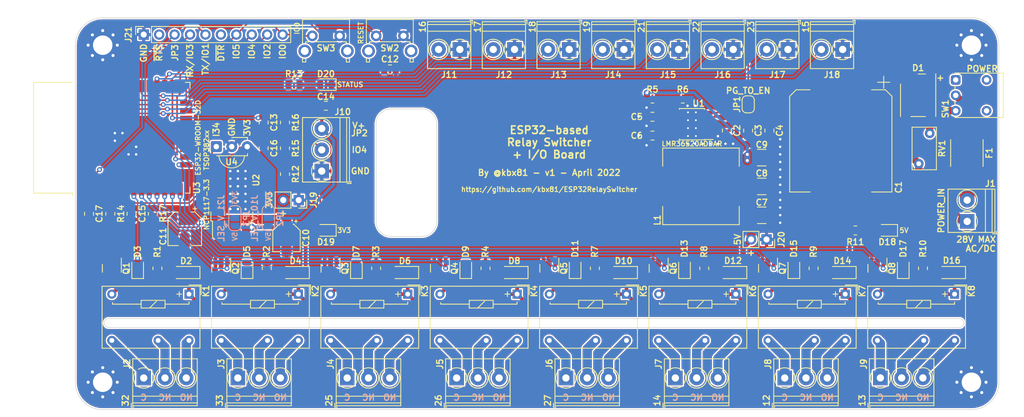
<source format=kicad_pcb>
(kicad_pcb (version 20211014) (generator pcbnew)
  (layers (0 "F.Cu" signal) (31 "B.Cu" signal) (34 "B.Paste" user) (35 "F.Paste" user) (36 "B.SilkS" user "B.Silkscreen") (37 "F.SilkS" user "F.Silkscreen") (38 "B.Mask" user) (39 "F.Mask" user) (44 "Edge.Cuts" user))
  (net 0 "")
  (net 1 "+VDC")
  (net 2 "GND")
  (net 3 "Net-(C5-Pad1)")
  (net 4 "Net-(C6-Pad1)")
  (net 5 "+5V")
  (net 6 "+3V3")
  (net 7 "/ESP_EN")
  (net 8 "/COM")
  (net 9 "Net-(D1-Pad2)")
  (net 10 "Net-(D2-Pad2)")
  (net 11 "Net-(D3-Pad1)")
  (net 12 "/GPIO16")
  (net 13 "Net-(D4-Pad2)")
  (net 14 "Net-(D5-Pad1)")
  (net 15 "/GPIO17")
  (net 16 "Net-(D6-Pad2)")
  (net 17 "Net-(D7-Pad1)")
  (net 18 "/GPIO19")
  (net 19 "Net-(D8-Pad2)")
  (net 20 "Net-(D9-Pad1)")
  (net 21 "/GPIO18")
  (net 22 "Net-(D10-Pad2)")
  (net 23 "Net-(D11-Pad1)")
  (net 24 "/GPIO21")
  (net 25 "Net-(D12-Pad2)")
  (net 26 "Net-(D13-Pad1)")
  (net 27 "/GPIO22")
  (net 28 "Net-(D14-Pad2)")
  (net 29 "Net-(D15-Pad1)")
  (net 30 "/GPIO25")
  (net 31 "Net-(D16-Pad2)")
  (net 32 "Net-(D17-Pad1)")
  (net 33 "/GPIO23")
  (net 34 "Net-(D18-Pad2)")
  (net 35 "Net-(F1-Pad1)")
  (net 36 "Net-(F1-Pad2)")
  (net 37 "Net-(J2-Pad2)")
  (net 38 "Net-(J2-Pad3)")
  (net 39 "Net-(J3-Pad1)")
  (net 40 "Net-(J3-Pad2)")
  (net 41 "Net-(J3-Pad3)")
  (net 42 "Net-(J4-Pad1)")
  (net 43 "Net-(J4-Pad2)")
  (net 44 "Net-(J4-Pad3)")
  (net 45 "Net-(J5-Pad1)")
  (net 46 "Net-(J5-Pad2)")
  (net 47 "Net-(J5-Pad3)")
  (net 48 "Net-(J6-Pad1)")
  (net 49 "Net-(J6-Pad2)")
  (net 50 "Net-(J6-Pad3)")
  (net 51 "Net-(J7-Pad1)")
  (net 52 "Net-(J7-Pad2)")
  (net 53 "Net-(J7-Pad3)")
  (net 54 "Net-(J8-Pad1)")
  (net 55 "Net-(J8-Pad2)")
  (net 56 "Net-(J8-Pad3)")
  (net 57 "Net-(J9-Pad1)")
  (net 58 "Net-(J9-Pad2)")
  (net 59 "Net-(J9-Pad3)")
  (net 60 "/~{RTS}")
  (net 61 "/~{DTR}")
  (net 62 "/GPIO26")
  (net 63 "/GPIO27")
  (net 64 "/GPIO32")
  (net 65 "/GPIO33")
  (net 66 "/GPI34")
  (net 67 "/GPI35")
  (net 68 "/GPI36")
  (net 69 "/GPI39")
  (net 70 "/PG")
  (net 71 "/GPIO0")
  (net 73 "/GPIO14")
  (net 74 "/GPIO12")
  (net 75 "/GPIO13")
  (net 76 "Net-(C14-Pad1)")
  (net 77 "Net-(J10-Pad2)")
  (net 81 "/GPIO15")
  (net 82 "/GPIO2")
  (net 83 "/GPIO4")
  (net 84 "/GPIO5")
  (net 86 "/GPIO3")
  (net 87 "/GPIO1")
  (net 88 "Net-(J2-Pad1)")
  (net 89 "Net-(D19-Pad2)")
  (net 90 "Net-(D20-Pad2)")
  (net 92 "/SW")
  (net 93 "/FB")
  (net 96 "Net-(J21-Pad3)")
  (footprint "LED_SMD:LED_0805_2012Metric" (layer "F.Cu") (at 109.25 95.488111 180)
    (fp_text reference "D19")
    (fp_text value "3V3")
  )
  (footprint "Connector_PinSocket_2.54mm:PinSocket_1x02_P2.54mm_Vertical" (layer "F.Cu") (at 104.764044 90.513111 -90)
    (fp_text reference "J19")
    (fp_text value "3V3")
  )
  (footprint "LED_SMD:LED_0805_2012Metric" (layer "F.Cu") (at 150.264044 101.738111 90)
    (fp_text reference "D11")
    (fp_text value "RELAY_5")
  )
  (footprint "Resistor_SMD:R_0805_2012Metric" (layer "F.Cu") (at 102.514044 81.988111 90)
    (fp_text reference "R15")
    (fp_text value "4K7")
  )
  (footprint "Capacitor_SMD:C_0805_2012Metric" (layer "F.Cu") (at 109.25 74.988111)
    (fp_text reference "C14")
    (fp_text value "100 nF")
  )
  (footprint "Resistor_SMD:R_0805_2012Metric" (layer "F.Cu") (at 99.514044 101.738111 -90)
    (fp_text reference "R2")
    (fp_text value "560")
  )
  (footprint "Capacitor_SMD:C_0805_2012Metric" (layer "F.Cu") (at 99 77.738111 -90)
    (fp_text reference "C13")
    (fp_text value "470 pF")
  )
  (footprint "Resistor_SMD:R_0805_2012Metric" (layer "F.Cu") (at 171.514044 101.738111 -90)
    (fp_text reference "R8")
    (fp_text value "560")
  )
  (footprint "TerminalBlock_Phoenix:TerminalBlock_Phoenix_PT-1,5-3-3.5-H_1x03_P3.50mm_Horizontal" (layer "F.Cu") (at 200.5 119.776777)
    (fp_text reference "J9")
    (fp_text value "RELAY_7")
  )
  (footprint "Relay_THT:Relay_SPDT_Omron_G6E" (layer "F.Cu") (at 212.714044 105.988111 -90)
    (fp_text reference "K8")
    (fp_text value "G6E-134P-US DC5")
  )
  (footprint "ESP32RelaySwitcher:Diode_Bridge_Bourns_CD-MBL2xxS" (layer "F.Cu") (at 206.717546 73.261805)
    (fp_text reference "D1")
    (fp_text value "N/A")
  )
  (footprint "Diode_SMD:D_SOD-123" (layer "F.Cu") (at 176.264044 102.433373 180)
    (fp_text reference "D12")
    (fp_text value "N/A")
  )
  (footprint "TerminalBlock_Phoenix:TerminalBlock_Phoenix_PT-1,5-2-3.5-H_1x02_P3.50mm_Horizontal" (layer "F.Cu") (at 158.289044 65.717041 180)
    (fp_text reference "J14")
    (fp_text value "BUTTON_4")
  )
  (footprint "Relay_THT:Relay_SPDT_Omron_G6E" (layer "F.Cu") (at 122.714044 105.988111 -90)
    (fp_text reference "K3")
    (fp_text value "G6E-134P-US DC5")
  )
  (footprint "Package_TO_SOT_SMD:SOT-23" (layer "F.Cu") (at 128.014044 101.738111 -90)
    (fp_text reference "Q4")
    (fp_text value "2N7002")
  )
  (footprint "Package_TO_SOT_SMD:SOT-23" (layer "F.Cu") (at 74.014044 101.738111 -90)
    (fp_text reference "Q1")
    (fp_text value "2N7002")
  )
  (footprint "Package_SO:Texas_HSOP-8-1EP_3.9x4.9mm_P1.27mm_ThermalVias" (layer "F.Cu") (at 169.487967 78.017041 180)
    (fp_text reference "U1")
    (fp_text value "LMR36520ADDAR")
  )
  (footprint "Capacitor_SMD:C_0805_2012Metric" (layer "F.Cu") (at 99 81.988111 90)
    (fp_text reference "C16")
    (fp_text value "100 nF")
  )
  (footprint "Capacitor_SMD:C_1210_3225Metric" (layer "F.Cu") (at 180.973923 83.517041)
    (fp_text reference "C9")
    (fp_text value "47 uF")
  )
  (footprint "Capacitor_SMD:CP_Elec_5x5.4" (layer "F.Cu") (at 86.014044 95.238111 -90)
    (fp_text reference "C11")
    (fp_text value "100 uF")
  )
  (footprint "Capacitor_SMD:C_0805_2012Metric" (layer "F.Cu") (at 162.987967 76.8 180)
    (fp_text reference "C5")
    (fp_text value "1 uF")
  )
  (footprint "TerminalBlock_Phoenix:TerminalBlock_Phoenix_PT-1,5-2-3.5-H_1x02_P3.50mm_Horizontal" (layer "F.Cu") (at 194.289044 65.717041 180)
    (fp_text reference "J18")
    (fp_text value "BUTTON_8")
  )
  (footprint "Resistor_SMD:R_0805_2012Metric" (layer "F.Cu") (at 162.987967 73.8)
    (fp_text reference "R5")
    (fp_text value "100K")
  )
  (footprint "LED_SMD:LED_0805_2012Metric" (layer "F.Cu") (at 201.642849 95.497117 180)
    (fp_text reference "D18")
    (fp_text value "5V")
  )
  (footprint "Diode_SMD:D_SOD-123" (layer "F.Cu") (at 86.264044 102.433373 180)
    (fp_text reference "D2")
    (fp_text value "N/A")
  )
  (footprint "Capacitor_SMD:C_0805_2012Metric" (layer "F.Cu") (at 178.737967 79.067041 -90)
    (fp_text reference "C3")
    (fp_text value "4.7 uF")
  )
  (footprint "MountingHole:MountingHole_3.2mm_M3_Pad_Via" (layer "F.Cu") (at 72.514044 120.488111)
    (fp_text reference "H1")
    (fp_text value "MountingHole_Pad")
  )
  (footprint "LED_SMD:LED_0805_2012Metric" (layer "F.Cu") (at 109.25 71.5 180)
    (fp_text reference "D20")
    (fp_text value "STATUS")
  )
  (footprint "Diode_SMD:D_SOD-123" (layer "F.Cu") (at 194.264044 102.433373 180)
    (fp_text reference "D14")
    (fp_text value "N/A")
  )
  (footprint "Button_Switch_THT:SW_Push_1P2T_Vertical_E-Switch_800UDP8P1A1M6" (layer "F.Cu") (at 212.897967 70.727041)
    (fp_text reference "SW1")
    (fp_text value "POWER")
  )
  (footprint "TerminalBlock_Phoenix:TerminalBlock_Phoenix_PT-1,5-2-3.5-H_1x02_P3.50mm_Horizontal" (layer "F.Cu") (at 140.289044 65.717041 180)
    (fp_text reference "J12")
    (fp_text value "BUTTON_2")
  )
  (footprint "Resistor_SMD:R_0805_2012Metric" (layer "F.Cu") (at 117.514044 101.738111 -90)
    (fp_text reference "R3")
    (fp_text value "560")
  )
  (footprint "Diode_SMD:D_SOD-123" (layer "F.Cu") (at 212.264044 102.433373 180)
    (fp_text reference "D16")
    (fp_text value "N/A")
  )
  (footprint "Package_TO_SOT_SMD:SOT-23" (layer "F.Cu") (at 110.014044 101.738111 -90)
    (fp_text reference "Q3")
    (fp_text value "2N7002")
  )
  (footprint "LED_SMD:LED_0805_2012Metric" (layer "F.Cu") (at 78.264044 101.738111 90)
    (fp_text reference "D3")
    (fp_text value "RELAY_1")
  )
  (footprint "Package_TO_SOT_SMD:TO-252-2" (layer "F.Cu") (at 93.764044 91.484658 90)
    (fp_text reference "U2")
    (fp_text value "NCP1117-3.3")
  )
  (footprint "TerminalBlock_Phoenix:TerminalBlock_Phoenix_PT-1,5-2-3.5-H_1x02_P3.50mm_Horizontal" (layer "F.Cu") (at 167.289044 65.717041 180)
    (fp_text reference "J15")
    (fp_text value "BUTTON_5")
  )
  (footprint "TerminalBlock_Phoenix:TerminalBlock_Phoenix_PT-1,5-3-3.5-H_1x03_P3.50mm_Horizontal" (layer "F.Cu") (at 94.75 119.787644)
    (fp_text reference "J3")
    (fp_text value "RELAY_2")
  )
  (footprint "MountingHole:MountingHole_3.2mm_M3_Pad_Via" (layer "F.Cu") (at 215.48761 65.017041)
    (fp_text reference "H3")
    (fp_text value "MountingHole_Pad")
  )
  (footprint "Capacitor_SMD:C_0805_2012Metric" (layer "F.Cu") (at 77.264044 92.767041 -90)
    (fp_text reference "C15")
    (fp_text value "10 uF")
  )
  (footprint "LED_SMD:LED_0805_2012Metric" (layer "F.Cu") (at 186.264044 101.738111 90)
    (fp_text reference "D15")
    (fp_text value "RELAY_8")
  )
  (footprint "TerminalBlock_Phoenix:TerminalBlock_Phoenix_PT-1,5-3-3.5-H_1x03_P3.50mm_Horizontal" (layer "F.Cu") (at 112.755581 119.788111)
    (fp_text reference "J4")
    (fp_text value "RELAY_4")
  )
  (footprint "Inductor_SMD:L_Wuerth_WE-PD-Typ-LS" (layer "F.Cu") (at 170.973923 88.250767)
    (fp_text reference "L1")
    (fp_text value "15 uH")
  )
  (footprint "Relay_THT:Relay_SPDT_Omron_G6E" (layer "F.Cu") (at 86.714044 105.988111 -90)
    (fp_text reference "K1")
    (fp_text value "G6E-134P-US DC5")
  )
  (footprint "Button_Switch_THT:SW_Tactile_SPST_Angled_PTS645Vx58-2LFS" (layer "F.Cu") (at 117.514044 63.479541)
    (fp_text reference "SW2")
    (fp_text value "RESET")
  )
  (footprint "TerminalBlock_Phoenix:TerminalBlock_Phoenix_PT-1,5-2-3.5-H_1x02_P3.50mm_Horizontal" (layer "F.Cu") (at 149.289044 65.717041 180)
    (fp_text reference "J13")
    (fp_text value "BUTTON_3")
  )
  (footprint "MountingHole:MountingHole_3.2mm_M3_Pad_Via" (layer "F.Cu") (at 72.514044 65.017041)
    (fp_text reference "H4")
    (fp_text value "MountingHole_Pad")
  )
  (footprint "LED_SMD:LED_0805_2012Metric" (layer "F.Cu") (at 168.264044 101.738111 90)
    (fp_text reference "D13")
    (fp_text value "RELAY_6")
  )
  (footprint "Package_TO_SOT_SMD:SOT-23" (layer "F.Cu") (at 164.014044 101.738111 -90)
    (fp_text reference "Q6")
    (fp_text value "2N7002")
  )
  (footprint "MountingHole:MountingHole_3.2mm_M3_Pad_Via" (layer "F.Cu") (at 215.48761 120.488111)
    (fp_text reference "H2")
    (fp_text value "MountingHole_Pad")
  )
  (footprint "TerminalBlock_Phoenix:TerminalBlock_Phoenix_PT-1,5-3-3.5-H_1x03_P3.50mm_Horizontal" (layer "F.Cu") (at 148.75036 119.788111)
    (fp_text reference "J6")
    (fp_text value "RELAY_5")
  )
  (footprint "LED_SMD:LED_0805_2012Metric" (layer "F.Cu") (at 114.264044 101.738111 90)
    (fp_text reference "D7")
    (fp_text value "RELAY_4")
  )
  (footprint "TerminalBlock_Phoenix:TerminalBlock_Phoenix_PT-1,5-3-3.5-H_1x03_P3.50mm_Horizontal" (layer "F.Cu") (at 166.7608 119.788111)
    (fp_text reference "J7")
    (fp_text value "RELAY_6")
  )
  (footprint "Capacitor_SMD:CP_Elec_4x5.8" (layer "F.Cu") (at 102.764044 96.73811 -90)
    (fp_text reference "C10")
    (fp_text value "10 uF")
  )
  (footprint "Connector_PinSocket_2.54mm:PinSocket_1x10_P2.54mm_Vertical" (layer "F.Cu") (at 79.264044 63.267041 90)
    (fp_text reference "J21")
    (fp_text value "SERIAL+GPIO")
  )
  (footprint "Relay_THT:Relay_SPDT_Omron_G6E" (layer "F.Cu") (at 194.714044 105.988111 -90)
    (fp_text reference "K7")
    (fp_text value "G6E-134P-US DC5")
  )
  (footprint "Button_Switch_THT:SW_Tactile_SPST_Angled_PTS645Vx58-2LFS" (layer "F.Cu") (at 107.014044 63.479541)
    (fp_text reference "SW3")
    (fp_text value "IO0")
  )
  (footprint "Relay_THT:Relay_SPDT_Omron_G6E" (layer "F.Cu") (at 176.714044 105.988111 -90)
    (fp_text reference "K6")
    (fp_text value "G6E-134P-US DC5")
  )
  (footprint "Capacitor_SMD:C_0805_2012Metric" (layer "F.Cu") (at 175.237967 79.067041 -90)
    (fp_text reference "C2")
    (fp_text value "4.7 uF")
  )
  (footprint "Resistor_SMD:R_0805_2012Metric" (layer "F.Cu") (at 102.514044 86.238111 -90)
    (fp_text reference "R12")
    (fp_text value "1K")
  )
  (footprint "Resistor_SMD:R_0805_2012Metric" (layer "F.Cu") (at 207.514044 101.738111 -90)
    (fp_text reference "R10")
    (fp_text value "560")
  )
  (footprint "Diode_SMD:D_SOD-123" (layer "F.Cu") (at 122.264044 102.433373 180)
    (fp_text reference "D6")
    (fp_text value "N/A")
  )
  (footprint "TerminalBlock_Phoenix:TerminalBlock_Phoenix_PT-1,5-3-3.5-H_1x03_P3.50mm_Horizontal" (layer "F.Cu") (at 108.564044 85.738111 90)
    (fp_text reference "J10")
    (fp_text value "DS18B20")
  )
  (footprint "Resistor_SMD:R_0805_2012Metric" (layer "F.Cu") (at 81.514044 101.738111 -90)
    (fp_text reference "R1")
    (fp_text value "560")
  )
  (footprint "Resistor_SMD:R_0805_2012Metric" (layer "F.Cu") (at 189.514044 101.738111 -90)
    (fp_text reference "R9")
    (fp_text value "560")
  )
  (footprint "ESP32RelaySwitcher:RV_Disc_D7mm_W4mm_P5mm" (layer "F.Cu") (at 208.618183 79.517041 -90)
    (fp_text reference "RV1")
    (fp_text value "N/A")
  )
  (footprint "Package_TO_SOT_SMD:SOT-23" (layer "F.Cu") (at 200.014044 101.738111 -90)
    (fp_text reference "Q8")
    (fp_text value "2N7002")
  )
  (footprint "TerminalBlock_Phoenix:TerminalBlock_Phoenix_PT-1,5-3-3.5-H_1x03_P3.50mm_Horizontal" (layer "F.Cu") (at 184.759891 119.788111)
    (fp_text reference "J8")
    (fp_text value "RELAY_8")
  )
  (footprint "Package_TO_SOT_SMD:SOT-23" (layer "F.Cu") (at 182.014044 101.738111 -90)
    (fp_text reference "Q7")
    (fp_text value "2N7002")
  )
  (footprint "Resistor_SMD:R_0805_2012Metric" (layer "F.Cu") (at 153.514044 101.738111 -90)
    (fp_text reference "R7")
    (fp_text value "560")
  )
  (footprint "Resistor_SMD:R_0805_2012Metric" (layer "F.Cu") (at 73.764044 92.767041 90)
    (fp_text reference "R14")
    (fp_text value "10K")
  )
  (footprint "TerminalBlock_Phoenix:TerminalBlock_Phoenix_PT-1,5-2-3.5-H_1x02_P3.50mm_Horizontal" (layer "F.Cu") (at 176.289044 65.717041 180)
    (fp_text reference "J16")
    (fp_text value "BUTTON_6")
  )
  (footprint "LED_SMD:LED_0805_2012Metric" (layer "F.Cu") (at 96.264044 101.738111 90)
    (fp_text reference "D5")
    (fp_text value "RELAY_2")
  )
  (footprint "Capacitor_SMD:C_0805_2012Metric" (layer "F.Cu") (at 162.987967 79.9)
    (fp_text reference "C6")
    (fp_text value "100 nF")
  )
  (footprint "Diode_SMD:D_SOD-123" (layer "F.Cu") (at 104.264044 102.433373 180)
    (fp_text reference "D4")
    (fp_text value "N/A")
  )
  (footprint "Resistor_SMD:R_0805_2012Metric" (layer "F.Cu") (at 135.514044 101.738111 -90)
    (fp_text reference "R4")
    (fp_text value "560")
  )
  (footprint "OptoDevice:Vishay_MINICAST-3Pin" (layer "F.Cu") (at 91.21 81.713111)
    (fp_text reference "U4")
    (fp_text value "TSOP382xx")
  )
  (footprint "Resistor_SMD:R_0805_2012Metric" (layer "F.Cu") (at 196.380305 95.5)
    (fp_text reference "R11")
    (fp_text value "8K2")
  )
  (footprint "Diode_SMD:D_SOD-123" (layer "F.Cu") (at 158.264044 102.433373 180)
    (fp_text reference "D10")
    (fp_text value "N/A")
  )
  (footprint "TerminalBlock_Phoenix:TerminalBlock_Phoenix_PT-1,5-2-3.5-H_1x02_P3.50mm_Horizontal" (layer "F.Cu") (at 214.787967 94.017041 90)
    (fp_text reference "J1")
    (fp_text value "POWER_IN")
  )
  (footprint "LED_SMD:LED_0805_2012Metric" (layer "F.Cu") (at 132.264044 101.738111 90)
    (fp_text reference "D9")
    (fp_text value "RELAY_3")
  )
  (footprint "TerminalBlock_Phoenix:TerminalBlock_Phoenix_PT-1,5-3-3.5-H_1x03_P3.50mm_Horizontal" (layer "F.Cu") (at 130.759401 119.788111)
    (fp_text reference "J5")
    (fp_text value "RELAY_3")
  )
  (footprint "Package_TO_SOT_SMD:SOT-23" (layer "F.Cu") (at 146.014044 101.738111 -90)
    (fp_text reference "Q5")
    (fp_text value "2N7002")
  )
  (footprint "Resistor_SMD:R_0805_2012Metric" (layer "F.Cu") (at 80.764044 92.767041 -90)
    (fp_text reference "R17")
    (fp_text value "10K")
  )
  (footprint "Relay_THT:Relay_SPDT_Omron_G6E" (layer "F.Cu") (at 140.714044 105.988111 -90)
    (fp_text reference "K4")
    (fp_text value "G6E-134P-US DC5")
  )
  (footprint "TerminalBlock_Phoenix:TerminalBlock_Phoenix_PT-1,5-2-3.5-H_1x02_P3.50mm_Horizontal" (layer "F.Cu") (at 185.289044 65.717041 180)
    (fp_text reference "J17")
    (fp_text value "BUTTON_7")
  )
  (footprint "Package_TO_SOT_SMD:SOT-23" (layer "F.Cu") (at 92.014044 101.738111 -90)
    (fp_text reference "Q2")
    (fp_text value "2N7002")
  )
  (footprint "Resistor_SMD:R_0805_2012Metric" (layer "F.Cu") (at 104 71.5)
    (fp_text reference "R13")
    (fp_text value "1K")
  )
  (footprint "LED_SMD:LED_0805_2012Metric" (layer "F.Cu") (at 204.264044 101.738111 90)
    (fp_text reference "D17")
    (fp_text value "RELAY_7")
  )
  (footprint "Capacitor_SMD:C_1210_3225Metric" (layer "F.Cu") (at 180.973923 93.017041)
    (fp_text reference "C7")
    (fp_text value "47 uF")
  )
  (footprint "Capacitor_SMD:C_0805_2012Metric" (layer "F.Cu") (at 182.237967 79.067041 -90)
    (fp_text reference "C4")
    (fp_text value "220 nF")
  )
  (footprint "Resistor_SMD:R_0805_2012Metric" (layer "F.Cu") (at 102.514044 77.738111 90)
    (fp_text reference "R16")
    (fp_text value "0")
  )
  (footprint "Relay_THT:Relay_SPDT_Omron_G6E" (layer "F.Cu") (at 158.714044 105.988111 -90)
    (fp_text reference "K5")
    (fp_text value "G6E-134P-US DC5")
  )
  (footprint "TerminalBlock_Phoenix:TerminalBlock_Phoenix_PT-1,5-3-3.5-H_1x03_P3.50mm_Horizontal" (layer "F.Cu") (at 79.264044 119.788111)
    (fp_text reference "J2")
    (fp_text value "RELAY_1")
  )
  (footprint "Capacitor_SMD:CP_Elec_16x17.5" (layer "F.Cu") (at 193.987967 80.767041 -90)
    (fp_text reference "C1")
    (fp_text value "470 uF")
  )
  (footprint "TerminalBlock_Phoenix:TerminalBlock_Phoenix_PT-1,5-2-3.5-H_1x02_P3.50mm_Horizontal" (layer "F.Cu") (at 131.289044 65.717041 180)
    (fp_text reference "J11")
    (fp_text value "BUTTON_1")
  )
  (footprint "Relay_THT:Relay_SPDT_Omron_G6E" (layer "F.Cu") (at 104.714044 105.988111 -90)
    (fp_text reference "K2")
    (fp_text value "G6E-134P-US DC5")
  )
  (footprint "Jumper:SolderJumper-2_P1.3mm_Open_RoundedPad1.0x1.5mm" (layer "F.Cu") (at 178.75 74.75 -90)
    (fp_text reference "JP1")
    (fp_text value "PG_TO_EN")
  )
  (footprint "Resistor_SMD:R_0805_2012Metric" (layer "F.Cu") (at 167.973923 73.79779)
    (fp_text reference "R6")
    (fp_text value "24.9K")
  )
  (footprint "Capacitor_SMD:C_0805_2012Metric" (layer "F.Cu") (at 119.789044 69)
    (fp_text reference "C12")
    (fp_text value "1 uF")
  )
  (footprint "Capacitor_SMD:C_0805_2012Metric" (layer "F.Cu") (at 70.264044 92.767041 -90)
    (fp_text reference "C17")
    (fp_text value "100 nF")
  )
  (footprint "Connector_PinSocket_2.54mm:PinSocket_1x02_P2.54mm_Vertical" (layer "F.Cu") (at 181.764044 96.988111 -90)
    (fp_text reference "J20")
    (fp_text value "5V")
  )
  (footprint "Fuse:Fuse_2920_7451Metric" (layer "F.Cu") (at 214.737967 82.767041 -90)
    (fp_text reference "F1")
    (fp_text value "300 mA")
  )
  (footprint "RF_Module:ESP32-WROOM-32" (layer "F.Cu") (at 77 80.25 90)
    (fp_text reference "U3")
    (fp_text value "ESP32-WROOM-32D")
  )
  (footprint "Diode_SMD:D_SOD-123" (layer "F.Cu") (at 140.264044 102.433373 180)
    (fp_text reference "D8")
    (fp_text value "N/A")
  )
  (footprint "Capacitor_SMD:C_1210_3225Metric" (layer "F.Cu") (at 180.973923 88.267041)
    (fp_text reference "C8")
    (fp_text value "47 uF")
  )
  (footprint "Jumper:SolderJumper-3_P1.3mm_Open_RoundedPad1.0x1.5mm" (layer "B.Cu") (at 99.764044 93.488111 90)
    (fp_text reference "JP2")
    (fp_text value "J10_V_SEL")
  )
  (footprint "Jumper:SolderJumper-3_P1.3mm_Open_RoundedPad1.0x1.5mm" (layer "B.Cu") (at 94.264044 93.488111 90)
    (fp_text reference "JP3")
    (fp_text value "J21_V_SEL")
  )
  (gr_line (start 119.991693 75.5) (end 124.991693 75.5) (layer "Edge.Cuts") (width 0.1))
  (gr_arc (start 72.514042 124.988113) (mid 69.332062 123.670093) (end 68.014042 120.488113) (layer "Edge.Cuts") (width 0.1))
  (gr_arc (start 127.491693 94) (mid 126.75946 95.767767) (end 124.991693 96.5) (layer "Edge.Cuts") (width 0.1))
  (gr_arc (start 213.5 109.988111) (mid 214.25 110.738111) (end 213.5 111.488111) (layer "Edge.Cuts") (width 0.1))
  (gr_line (start 73.5 111.488111) (end 213.5 111.488111) (layer "Edge.Cuts") (width 0.1))
  (gr_arc (start 219.987969 120.488113) (mid 218.669949 123.670093) (end 215.487969 124.988113) (layer "Edge.Cuts") (width 0.1))
  (gr_arc (start 68.014044 65.017041) (mid 69.332064 61.835061) (end 72.514044 60.517041) (layer "Edge.Cuts") (width 0.1))
  (gr_line (start 72.514044 60.517041) (end 215.487967 60.517039) (layer "Edge.Cuts") (width 0.1))
  (gr_line (start 127.491693 78) (end 127.491693 94) (layer "Edge.Cuts") (width 0.1))
  (gr_arc (start 215.487967 60.517039) (mid 218.669947 61.835059) (end 219.987967 65.017039) (layer "Edge.Cuts") (width 0.1))
  (gr_line (start 73.5 109.988111) (end 213.5 109.988111) (layer "Edge.Cuts") (width 0.1))
  (gr_line (start 117.491693 78) (end 117.491693 94) (layer "Edge.Cuts") (width 0.1))
  (gr_arc (start 124.991693 75.5) (mid 126.75946 76.232233) (end 127.491693 78) (layer "Edge.Cuts") (width 0.1))
  (gr_line (start 68.014042 120.488113) (end 68.014044 65.017041) (layer "Edge.Cuts") (width 0.1))
  (gr_arc (start 119.991693 96.5) (mid 118.223926 95.767767) (end 117.491693 94) (layer "Edge.Cuts") (width 0.1))
  (gr_line (start 219.987967 65.017041) (end 219.987969 120.488113) (layer "Edge.Cuts") (width 0.1))
  (gr_arc (start 117.491693 78) (mid 118.223926 76.232233) (end 119.991693 75.5) (layer "Edge.Cuts") (width 0.1))
  (gr_line (start 215.487969 124.988113) (end 72.514044 124.988111) (layer "Edge.Cuts") (width 0.1))
  (gr_line (start 124.991693 96.5) (end 119.991693 96.5) (layer "Edge.Cuts") (width 0.1))
  (gr_arc (start 73.5 111.488111) (mid 72.75 110.738111) (end 73.5 109.988111) (layer "Edge.Cuts") (width 0.1))
  (gr_text "By @kbx81 - v1 - April 2022" (at 146 86) (layer "F.SilkS") (effects (font (size 1 1) (thickness 0.2))))
  (gr_text "ESP32-based\nRelay Switcher\n+ I/O Board" (at 146 81) (layer "F.SilkS") (effects (font (size 1.25 1.25) (thickness 0.25))))
  (gr_text "https://github.com/kbx81/ESP32RelaySwitcher" (at 146 88.75) (layer "F.SilkS") (effects (font (size 0.8 0.8) (thickness 0.16))))
  (segment (start 193.987967 74.517041) (end 194.956882 74.517041) (width 1.2) (layer "F.Cu") (net 1))
  (segment (start 190.387967 78.117041) (end 193.987967 74.517041) (width 1) (layer "F.Cu") (net 1))
  (segment (start 182.237967 78.117041) (end 190.387967 78.117041) (width 1) (layer "F.Cu") (net 1))
  (segment (start 201.473923 68) (end 206.365741 68) (width 1.2) (layer "F.Cu") (net 1))
  (segment (start 178.737967 78.117041) (end 175.237967 78.117041) (width 1) (layer "F.Cu") (net 1))
  (segment (start 206.365741 68) (end 208.767546 70.401805) (width 1.2) (layer "F.Cu") (net 1))
  (segment (start 182.237967 78.117041) (end 178.737967 78.117041) (width 1) (layer "F.Cu") (net 1))
  (segment (start 194.956882 74.517041) (end 201.473923 68) (width 1.2) (layer "F.Cu") (net 1))
  (via (at 160.714044 76.788111) (size 0.8) (drill 0.4) (layers "F.Cu" "B.Cu") (net 2))
  (via (at 184.014044 82.988111) (size 0.8) (drill 0.4) (layers "F.Cu" "B.Cu") (net 2))
  (via (at 168.764044 81.238111) (size 0.8) (drill 0.4) (layers "F.Cu" "B.Cu") (net 2))
  (via (at 176.264044 81.238111) (size 0.8) (drill 0.4) (layers "F.Cu" "B.Cu") (net 2))
  (via (at 160.714044 79.888111) (size 0.8) (drill 0.4) (layers "F.Cu" "B.Cu") (net 2))
  (via (at 173.764044 79.988111) (size 0.8) (drill 0.4) (layers "F.Cu" "B.Cu") (net 2))
  (via (at 184.014044 92.988111) (size 0.8) (drill 0.4) (layers "F.Cu" "B.Cu") (net 2))
  (via (at 184.014044 87.988111) (size 0.8) (drill 0.4) (layers "F.Cu" "B.Cu") (net 2))
  (via (at 74.514044 79.488111) (size 0.8) (drill 0.4) (layers "F.Cu" "B.Cu") (net 2))
  (via (at 184.014044 90.488111) (size 0.8) (drill 0.4) (layers "F.Cu" "B.Cu") (net 2))
  (via (at 170.014044 74.988111) (size 0.8) (drill 0.4) (layers "F.Cu" "B.Cu") (net 2))
  (via (at 162.014044 81.488111) (size 0.8) (drill 0.4) (layers "F.Cu" "B.Cu") (net 2))
  (via (at 184.014044 81.738111) (size 0.8) (drill 0.4) (layers "F.Cu" "B.Cu") (net 2))
  (via (at 184.014044 86.738111) (size 0.8) (drill 0.4) (layers "F.Cu" "B.Cu") (net 2))
  (via (at 162.014044 78.288111) (size 0.8) (drill 0.4) (layers "F.Cu" "B.Cu") (net 2))
  (via (at 172.514044 81.238111) (size 0.8) (drill 0.4) (layers "F.Cu" "B.Cu") (net 2))
  (via (at 162.014044 75.288111) (size 0.8) (drill 0.4) (layers "F.Cu" "B.Cu") (net 2))
  (via (at 74.514044 80.738111) (size 0.8) (drill 0.4) (layers "F.Cu" "B.Cu") (net 2))
  (via (at 78.014044 82.988111) (size 0.8) (drill 0.4) (layers "F.Cu" "B.Cu") (net 2))
  (via (at 184.014044 84.238111) (size 0.8) (drill 0.4) (layers "F.Cu" "B.Cu") (net 2))
  (via (at 173.764044 81.238111) (size 0.8) (drill 0.4) (layers "F.Cu" "B.Cu") (net 2))
  (via (at 171.264044 81.238111) (size 0.8) (drill 0.4) (layers "F.Cu" "B.Cu") (net 2))
  (via (at 184.014044 89.238111) (size 0.8) (drill 0.4) (layers "F.Cu" "B.Cu") (net 2))
  (via (at 184.014044 94.238111) (size 0.8) (drill 0.4) (layers "F.Cu" "B.Cu") (net 2))
  (via (at 175.014044 81.238111) (size 0.8) (drill 0.4) (layers "F.Cu" "B.Cu") (net 2))
  (via (at 168.764044 74.988111) (size 0.8) (drill 0.4) (layers "F.Cu" "B.Cu") (net 2))
  (via (at 76.764044 82.988111) (size 0.8) (drill 0.4) (layers "F.Cu" "B.Cu") (net 2))
  (via (at 75.764044 79.488111) (size 0.8) (drill 0.4) (layers "F.Cu" "B.Cu") (net 2))
  (via (at 184.014044 91.738111) (size 0.8) (drill 0.4) (layers "F.Cu" "B.Cu") (net 2))
  (via (at 184.014044 85.488111) (size 0.8) (drill 0.4) (layers "F.Cu" "B.Cu") (net 2))
  (via (at 184.014044 80.488111) (size 0.8) (drill 0.4) (layers "F.Cu" "B.Cu") (net 2))
  (via (at 78.014044 81.738111) (size 0.8) (drill 0.4) (layers "F.Cu" "B.Cu") (net 2))
  (via (at 170.014044 81.238111) (size 0.8) (drill 0.4) (layers "F.Cu" "B.Cu") (net 2))
  (segment (start 164.520008 77.382041) (end 163.937967 76.8) (width 0.6) (layer "F.Cu") (net 3))
  (segment (start 166.787967 77.382041) (end 164.520008 77.382041) (width 0.6) (layer "F.Cu") (net 3))
  (segment (start 163.285926 78.652041) (end 162.037967 79.9) (width 0.6) (layer "F.Cu") (net 4))
  (segment (start 166.787967 78.652041) (end 163.285926 78.652041) (width 0.6) (layer "F.Cu") (net 4))
  (segment (start 97.014044 94.988111) (end 102.714043 94.988111) (width 0.6) (layer "F.Cu") (net 5))
  (segment (start 140.714044 105.988111) (end 130.011889 105.988111) (width 0.6) (layer "F.Cu") (net 5))
  (segment (start 122.714044 105.988111) (end 112.011889 105.988111) (width 0.6) (layer "F.Cu") (net 5))
  (segment (start 159.975933 107.25) (end 158.714044 105.988111) (width 0.6) (layer "F.Cu") (net 5))
  (segment (start 105.914044 102.408703) (end 105.914044 98.08811) (width 0.6) (layer "F.Cu") (net 5))
  (segment (start 176.714044 105.988111) (end 166.011889 105.988111) (width 0.6) (layer "F.Cu") (net 5))
  (segment (start 86.714044 105.988111) (end 86.714044 103.633373) (width 0.6) (layer "F.Cu") (net 5))
  (segment (start 140.714044 103.633373) (end 141.914044 102.433373) (width 0.6) (layer "F.Cu") (net 5))
  (segment (start 158.714044 105.988111) (end 158.714044 103.633373) (width 0.6) (layer "F.Cu") (net 5))
  (segment (start 123.975933 107.25) (end 122.714044 105.988111) (width 0.6) (layer "F.Cu") (net 5))
  (segment (start 179.224044 93.29192) (end 179.224044 96.988111) (width 1.5) (layer "F.Cu") (net 5))
  (segment (start 164.75 107.25) (end 159.975933 107.25) (width 0.6) (layer "F.Cu") (net 5))
  (segment (start 162.075467 73.8) (end 162.075467 72.85) (width 1) (layer "F.Cu") (net 5))
  (segment (start 200.75 107.25) (end 195.975933 107.25) (width 0.6) (layer "F.Cu") (net 5))
  (segment (start 96.044044 95.684658) (end 96.317497 95.684658) (width 0.6) (layer "F.Cu") (net 5))
  (segment (start 104.714044 105.988111) (end 94.011889 105.988111) (width 0.6) (layer "F.Cu") (net 5))
  (segment (start 92.75 107.25) (end 87.975933 107.25) (width 0.6) (layer "F.Cu") (net 5))
  (segment (start 194.714044 105.988111) (end 184.011889 105.988111) (width 0.6) (layer "F.Cu") (net 5))
  (segment (start 104.714044 103.633373) (end 105.914044 102.433373) (width 0.6) (layer "F.Cu") (net 5))
  (segment (start 110.75 107.25) (end 105.975933 107.25) (width 0.6) (layer "F.Cu") (net 5))
  (segment (start 122.714044 103.633373) (end 123.914044 102.433373) (width 0.6) (layer "F.Cu") (net 5))
  (segment (start 104.714044 105.988111) (end 104.714044 103.633373) (width 0.6) (layer "F.Cu") (net 5))
  (segment (start 212.714044 105.988111) (end 212.714044 103.633373) (width 0.6) (layer "F.Cu") (net 5))
  (segment (start 140.714044 105.988111) (end 140.714044 103.633373) (width 0.6) (layer "F.Cu") (net 5))
  (segment (start 146.75 107.25) (end 141.975933 107.25) (width 0.6) (layer "F.Cu") (net 5))
  (segment (start 96.317497 95.684658) (end 97.014044 94.988111) (width 0.6) (layer "F.Cu") (net 5))
  (segment (start 194.714044 103.633373) (end 195.914044 102.433373) (width 0.6) (layer "F.Cu") (net 5))
  (segment (start 195.467805 101.987134) (end 195.467805 95.5) (width 0.6) (layer "F.Cu") (net 5))
  (segment (start 184.011889 105.988111) (end 182.75 107.25) (width 0.6) (layer "F.Cu") (net 5))
  (segment (start 177.975933 107.25) (end 176.714044 105.988111) (width 0.6) (layer "F.Cu") (net 5))
  (segment (start 148.011889 105.988111) (end 146.75 107.25) (width 0.6) (layer "F.Cu") (net 5))
  (segment (start 166.011889 105.988111) (end 164.75 107.25) (width 0.6) (layer "F.Cu") (net 5))
  (segment (start 179.498923 93.017041) (end 179.224044 93.29192) (width 1.5) (layer "F.Cu") (net 5))
  (segment (start 94.011889 105.988111) (end 92.75 107.25) (width 0.6) (layer "F.Cu") (net 5))
  (segment (start 195.914044 102.433373) (end 195.467805 101.987134) (width 0.6) (layer "F.Cu") (net 5))
  (segment (start 202.011889 105.988111) (end 200.75 107.25) (width 0.6) (layer "F.Cu") (net 5))
  (segment (start 128.75 107.25) (end 123.975933 107.25) (width 0.6) (layer "F.Cu") (net 5))
  (segment (start 112.011889 105.988111) (end 110.75 107.25) (width 0.6) (layer "F.Cu") (net 5))
  (segment (start 86.714044 103.633373) (end 87.914044 102.433373) (width 0.6) (layer "F.Cu") (net 5))
  (segment (start 176.714044 103.633373) (end 177.914044 102.433373) (width 0.6) (layer "F.Cu") (net 5))
  (segment (start 158.714044 105.988111) (end 148.011889 105.988111) (width 0.6) (layer "F.Cu") (net 5))
  (segment (start 195.975933 107.25) (end 194.714044 105.988111) (width 0.6) (layer "F.Cu") (net 5))
  (segment (start 105.914044 98.08811) (end 102.764044 94.93811) (width 0.6) (layer "F.Cu") (net 5))
  (segment (start 212.714044 105.988111) (end 202.011889 105.988111) (width 0.6) (layer "F.Cu") (net 5))
  (segment (start 105.975933 107.25) (end 104.714044 105.988111) (width 0.6) (layer "F.Cu") (net 5))
  (segment (start 141.975933 107.25) (end 140.714044 105.988111) (width 0.6) (layer "F.Cu") (net 5))
  (segment (start 182.75 107.25) (end 177.975933 107.25) (width 0.6) (layer "F.Cu") (net 5))
  (segment (start 158.714044 103.633373) (end 159.914044 102.433373) (width 0.6) (layer "F.Cu") (net 5))
  (segment (start 176.714044 105.988111) (end 176.714044 103.633373) (width 0.6) (layer "F.Cu") (net 5))
  (segment (start 122.714044 105.988111) (end 122.714044 103.633373) (width 0.6) (layer "F.Cu") (net 5))
  (segment (start 177.914044 98.298111) (end 179.224044 96.988111) (width 0.9) (layer "F.Cu") (net 5))
  (segment (start 194.714044 105.988111) (end 194.714044 103.633373) (width 0.6) (layer "F.Cu") (net 5))
  (segment (start 87.975933 107.25) (end 86.714044 105.988111) (width 0.6) (layer "F.Cu") (net 5))
  (segment (start 212.714044 103.633373) (end 213.914044 102.433373) (width 0.6) (layer "F.Cu") (net 5))
  (segment (start 130.011889 105.988111) (end 128.75 107.25) (width 0.6) (layer "F.Cu") (net 5))
  (segment (start 102.714043 94.988111) (end 102.764044 94.93811) (width 0.6) (layer "F.Cu") (net 5))
  (segment (start 177.914044 102.450197) (end 177.914044 98.298111) (width 0.9) (layer "F.Cu") (net 5))
  (via (at 178.6 83) (size 1) (drill 0.5) (layers "F.Cu" "B.Cu") (net 5))
  (via (at 178.6 84) (size 1) (drill 0.5) (layers "F.Cu" "B.Cu") (net 5))
  (via (at 97.014044 94.988111) (size 1.2) (drill 0.6) (layers "F.Cu" "B.Cu") (net 5))
  (via (at 162.075467 72.85) (size 1) (drill 0.5) (layers "F.Cu" "B.Cu") (net 5))
  (segment (start 97.014044 94.988111) (end 99.564044 94.988111) (width 0.6) (layer "B.Cu") (net 5))
  (segment (start 162.075467 72.85) (end 169.85 72.85) (width 0.5) (layer "B.Cu") (net 5))
  (segment (start 97.014044 94.988111) (end 94.464044 94.988111) (width 0.6) (layer "B.Cu") (net 5))
  (segment (start 94.464044 94.988111) (end 94.264044 94.788111) (width 0.6) (layer "B.Cu") (net 5))
  (segment (start 178.6 83) (end 178.6 84) (width 1) (layer "B.Cu") (net 5))
  (segment (start 99.564044 94.988111) (end 99.764044 94.788111) (width 0.6) (layer "B.Cu") (net 5))
  (segment (start 178.6 81.6) (end 178.6 83) (width 0.5) (layer "B.Cu") (net 5))
  (segment (start 169.85 72.85) (end 178.6 81.6) (width 0.5) (layer "B.Cu") (net 5))
  (segment (start 71.092974 91.817041) (end 70.264044 91.817041) (width 1) (layer "F.Cu") (net 6))
  (segment (start 77.264044 91.817041) (end 76.435114 91.817041) (width 1) (layer "F.Cu") (net 6))
  (segment (start 70.015 91.567997) (end 70.264044 91.817041) (width 0.9) (layer "F.Cu") (net 6))
  (segment (start 80.764044 91.854541) (end 77.301544 91.854541) (width 1) (layer "F.Cu") (net 6))
  (segment (start 77.301544 91.854541) (end 77.264044 91.817041) (width 1) (layer "F.Cu") (net 6))
  (segment (start 73.764044 93.679541) (end 72.955474 93.679541) (width 1) (layer "F.Cu") (net 6))
  (segment (start 70.015 88.75) (end 70.015 91.567997) (width 0.9) (layer "F.Cu") (net 6))
  (segment (start 80.764044 91.854541) (end 84.830474 91.854541) (width 1) (layer "F.Cu") (net 6))
  (segment (start 74.572614 93.679541) (end 73.764044 93.679541) (width 1) (layer "F.Cu") (net 6))
  (segment (start 72.955474 93.679541) (end 71.092974 91.817041) (width 1) (layer "F.Cu") (net 6))
  (segment (start 84.830474 91.854541) (end 86.014044 93.038111) (width 1) (layer "F.Cu") (net 6))
  (segment (start 76.435114 91.817041) (end 74.572614 93.679541) (width 1) (layer "F.Cu") (net 6))
  (via (at 96.014044 91.988111) (size 0.8) (drill 0.4) (layers "F.Cu" "B.Cu") (net 6))
  (via (at 93.514044 86.988111) (size 0.8) (drill 0.4) (layers "F.Cu" "B.Cu") (net 6))
  (via (at 94.764044 86.988111) (size 0.8) (drill 0.4) (layers "F.Cu" "B.Cu") (net 6))
  (via (at 94.764044 85.738111) (size 0.8) (drill 0.4) (layers "F.Cu" "B.Cu") (net 6))
  (via (at 96.014044 86.988111) (size 0.8) (drill 0.4) (layers "F.Cu" "B.Cu") (net 6))
  (via (at 94.764044 90.738111) (size 0.8) (drill 0.4) (layers "F.Cu" "B.Cu") (net 6))
  (via (at 96.014044 85.738111) (size 0.8) (drill 0.4) (layers "F.Cu" "B.Cu") (net 6))
  (via (at 93.514044 89.488111) (size 0.8) (drill 0.4) (layers "F.Cu" "B.Cu") (net 6))
  (via (at 96.014044 90.738111) (size 0.8) (drill 0.4) (layers "F.Cu" "B.Cu") (net 6))
  (via (at 93.514044 90.738111) (size 0.8) (drill 0.4) (layers "F.Cu" "B.Cu") (net 6))
  (via (at 93.514044 85.738111) (size 0.8) (drill 0.4) (layers "F.Cu" "B.Cu") (net 6))
  (via (at 94.764044 88.238111) (size 0.8) (drill 0.4) (layers "F.Cu" "B.Cu") (net 6))
  (via (at 94.764044 89.488111) (size 0.8) (drill 0.4) (layers "F.Cu" "B.Cu") (net 6))
  (via (at 96.014044 89.488111) (size 0.8) (drill 0.4) (layers "F.Cu" "B.Cu") (net 6))
  (via (at 93.514044 88.238111) (size 0.8) (drill 0.4) (layers "F.Cu" "B.Cu") (net 6))
  (via (at 93.514044 91.988111) (size 0.8) (drill 0.4) (layers "F.Cu" "B.Cu") (net 6))
  (via (at 96.014044 88.238111) (size 0.8) (drill 0.4) (layers "F.Cu" "B.Cu") (net 6))
  (via (at 94.764044 91.988111) (size 0.8) (drill 0.4) (layers "F.Cu" "B.Cu") (net 6))
  (segment (start 72.354541 91.854541) (end 71.285 90.785) (width 0.25) (layer "F.Cu") (net 7))
  (segment (start 178.75 65) (end 178.75 74.1) (width 0.25) (layer "F.Cu") (net 7))
  (segment (start 71.285 86.215) (end 71.285 88.75) (width 0.25) (layer "F.Cu") (net 7))
  (segment (start 176 62.25) (end 178.75 65) (width 0.25) (layer "F.Cu") (net 7))
  (segment (start 118.839044 69) (end 118.839044 64.804541) (width 0.25) (layer "F.Cu") (net 7))
  (segment (start 73.764044 91.854541) (end 72.354541 91.854541) (width 0.25) (layer "F.Cu") (net 7))
  (segment (start 72 85.5) (end 71.285 86.215) (width 0.25) (layer "F.Cu") (net 7))
  (segment (start 118.743585 62.25) (end 176 62.25) (width 0.25) (layer "F.Cu") (net 7))
  (segment (start 118.839044 64.804541) (end 117.514044 63.479541) (width 0.25) (layer "F.Cu") (net 7))
  (segment (start 71.285 90.785) (end 71.285 88.75) (width 0.25) (layer "F.Cu") (net 7))
  (segment (start 117.514044 63.479541) (end 118.743585 62.25) (width 0.25) (layer "F.Cu") (net 7))
  (via (at 72 85.5) (size 0.8) (drill 0.4) (layers "F.Cu" "B.Cu") (net 7))
  (segment (start 117.514044 63.479541) (end 116.034502 61.999999) (width 0.25) (layer "B.Cu") (net 7))
  (segment (start 83.076532 63.475627) (end 83.076532 63.655563) (width 0.25) (layer "B.Cu") (net 7))
  (segment (start 83.25 62.5) (end 83.076532 62.673468) (width 0.25) (layer "B.Cu") (net 7))
  (segment (start 83.076532 63.655563) (end 79 67.732095) (width 0.25) (layer "B.Cu") (net 7))
  (segment (start 83.750001 61.999999) (end 83.25 62.5) (width 0.25) (layer "B.Cu") (net 7))
  (segment (start 83.076532 62.673468) (end 83.076532 63.475627) (width 0.25) (layer "B.Cu") (net 7))
  (segment (start 116.034502 61.999999) (end 101.278541 61.999999) (width 0.25) (layer "B.Cu") (net 7))
  (segment (start 79 72.5) (end 79 78.5) (width 0.25) (layer "B.Cu") (net 7))
  (segment (start 79 67.732095) (end 79 72.5) (width 0.25) (layer "B.Cu") (net 7))
  (segment (start 101.278541 61.999999) (end 83.750001 61.999999) (width 0.25) (layer "B.Cu") (net 7))
  (segment (start 79 78.5) (end 72 85.5) (width 0.25) (layer "B.Cu") (net 7))
  (segment (start 214.787967 94.017041) (end 213.990964 94.017041) (width 1.2) (layer "F.Cu") (net 8))
  (segment (start 213.990964 94.017041) (end 206.818183 86.84426) (width 1.2) (layer "F.Cu") (net 8))
  (segment (start 206.818183 86.84426) (end 206.818183 84.517041) (width 1.2) (layer "F.Cu") (net 8))
  (segment (start 204.667546 82.366404) (end 206.818183 84.517041) (width 1.2) (layer "F.Cu") (net 8))
  (segment (start 204.667546 76.121805) (end 204.667546 82.366404) (width 1.2) (layer "F.Cu") (net 8))
  (segment (start 208.767546 76.121805) (end 208.767546 77.456377) (width 1.2) (layer "F.Cu") (net 9))
  (segment (start 210.852118 76.121805) (end 211.166882 75.807041) (width 1.2) (layer "F.Cu") (net 9))
  (segment (start 208.767546 76.121805) (end 210.852118 76.121805) (width 1.2) (layer "F.Cu") (net 9))
  (segment (start 208.618183 77.60574) (end 208.618183 79.517041) (width 1.2) (layer "F.Cu") (net 9))
  (segment (start 211.166882 75.807041) (end 212.897967 75.807041) (width 1.2) (layer "F.Cu") (net 9))
  (segment (start 208.767546 77.456377) (end 208.618183 77.60574) (width 1.2) (layer "F.Cu") (net 9))
  (segment (start 74.014044 102.675611) (end 74.014044 103.988111) (width 0.6) (layer "F.Cu") (net 10))
  (segment (start 75.014044 104.988111) (end 74.014044 105.988111) (width 0.6) (layer "F.Cu") (net 10))
  (segment (start 84.614044 102.433373) (end 84.614044 103.388111) (width 0.6) (layer "F.Cu") (net 10))
  (segment (start 83.014044 104.988111) (end 75.014044 104.988111) (width 0.6) (layer "F.Cu") (net 10))
  (segment (start 84.614044 103.388111) (end 83.014044 104.988111) (width 0.6) (layer "F.Cu") (net 10))
  (segment (start 74.014044 103.988111) (end 75.014044 104.988111) (width 0.6) (layer "F.Cu") (net 10))
  (segment (start 81.489044 102.675611) (end 78.264044 102.675611) (width 0.25) (layer "F.Cu") (net 11))
  (segment (start 81.514044 102.650611) (end 81.489044 102.675611) (width 0.25) (layer "F.Cu") (net 11))
  (segment (start 82.715 70.535) (end 83.5 69.75) (width 0.25) (layer "F.Cu") (net 12))
  (segment (start 82.715 71.75) (end 82.715 70.535) (width 0.25) (layer "F.Cu") (net 12))
  (via (at 83.5 69.75) (size 0.8) (drill 0.4) (layers "F.Cu" "B.Cu") (net 12))
  (segment (start 123.756085 69.75) (end 127.789044 65.717041) (width 0.25) (layer "B.Cu") (net 12))
  (segment (start 83.5 69.75) (end 123.756085 69.75) (width 0.25) (layer "B.Cu") (net 12))
  (segment (start 92.014044 103.988111) (end 93.014044 104.988111) (width 0.6) (layer "F.Cu") (net 13))
  (segment (start 92.014044 102.675611) (end 92.014044 103.988111) (width 0.6) (layer "F.Cu") (net 13))
  (segment (start 93.014044 104.988111) (end 92.014044 105.988111) (width 0.6) (layer "F.Cu") (net 13))
  (segment (start 102.614044 103.388111) (end 101.014044 104.988111) (width 0.6) (layer "F.Cu") (net 13))
  (segment (start 102.614044 102.433373) (end 102.614044 103.388111) (width 0.6) (layer "F.Cu") (net 13))
  (segment (start 101.014044 104.988111) (end 93.014044 104.988111) (width 0.6) (layer "F.Cu") (net 13))
  (segment (start 99.514044 102.650611) (end 99.489044 102.675611) (width 0.25) (layer "F.Cu") (net 14))
  (segment (start 99.489044 102.675611) (end 96.264044 102.675611) (width 0.25) (layer "F.Cu") (net 14))
  (segment (start 81.445 71.75) (end 81.445 70.55) (width 0.25) (layer "F.Cu") (net 15))
  (via (at 81.445 70.55) (size 0.8) (drill 0.4) (layers "F.Cu" "B.Cu") (net 15))
  (segment (start 127 67.25) (end 124 70.25) (width 0.25) (layer "B.Cu") (net 15))
  (segment (start 136.789044 65.717041) (end 135.256085 67.25) (width 0.25) (layer "B.Cu") (net 15))
  (segment (start 84.25 70.25) (end 83.95 70.55) (width 0.25) (layer "B.Cu") (net 15))
  (segment (start 124 70.25) (end 84.25 70.25) (width 0.25) (layer "B.Cu") (net 15))
  (segment (start 135.256085 67.25) (end 127 67.25) (width 0.25) (layer "B.Cu") (net 15))
  (segment (start 83.95 70.55) (end 81.445 70.55) (width 0.25) (layer "B.Cu") (net 15))
  (segment (start 120.614044 103.388111) (end 119.014044 104.988111) (width 0.6) (layer "F.Cu") (net 16))
  (segment (start 110.014044 103.988111) (end 111.014044 104.988111) (width 0.6) (layer "F.Cu") (net 16))
  (segment (start 110.014044 102.675611) (end 110.014044 103.988111) (width 0.6) (layer "F.Cu") (net 16))
  (segment (start 120.614044 102.433373) (end 120.614044 103.388111) (width 0.6) (layer "F.Cu") (net 16))
  (segment (start 111.014044 104.988111) (end 110.014044 105.988111) (width 0.6) (layer "F.Cu") (net 16))
  (segment (start 119.014044 104.988111) (end 111.014044 104.988111) (width 0.6) (layer "F.Cu") (net 16))
  (segment (start 117.489044 102.675611) (end 114.264044 102.675611) (width 0.25) (layer "F.Cu") (net 17))
  (segment (start 117.514044 102.650611) (end 117.489044 102.675611) (width 0.25) (layer "F.Cu") (net 17))
  (segment (start 83.155571 74.075653) (end 78.710653 74.075653) (width 0.25) (layer "F.Cu") (net 18))
  (segment (start 77.635 71.75) (end 77.635 73) (width 0.25) (layer "F.Cu") (net 18))
  (segment (start 77.635 73) (end 78.710653 74.075653) (width 0.25) (layer "F.Cu") (net 18))
  (via (at 83.155571 74.075653) (size 0.8) (drill 0.4) (layers "F.Cu" "B.Cu") (net 18))
  (segment (start 124.5 71.25) (end 127.5 68.25) (width 0.25) (layer "B.Cu") (net 18))
  (segment (start 88.75 71.25) (end 124.5 71.25) (width 0.25) (layer "B.Cu") (net 18))
  (segment (start 83.155571 74.075653) (end 85.924347 74.075653) (width 0.25) (layer "B.Cu") (net 18))
  (segment (start 85.924347 74.075653) (end 88.75 71.25) (width 0.25) (layer "B.Cu") (net 18))
  (segment (start 127.5 68.25) (end 152.256085 68.25) (width 0.25) (layer "B.Cu") (net 18))
  (segment (start 152.256085 68.25) (end 154.789044 65.717041) (width 0.25) (layer "B.Cu") (net 18))
  (segment (start 137.014044 104.988111) (end 129.014044 104.988111) (width 0.6) (layer "F.Cu") (net 19))
  (segment (start 129.014044 104.988111) (end 128.014044 105.988111) (width 0.6) (layer "F.Cu") (net 19))
  (segment (start 128.014044 102.675611) (end 128.014044 103.988111) (width 0.6) (layer "F.Cu") (net 19))
  (segment (start 138.614044 103.388111) (end 137.014044 104.988111) (width 0.6) (layer "F.Cu") (net 19))
  (segment (start 128.014044 103.988111) (end 129.014044 104.988111) (width 0.6) (layer "F.Cu") (net 19))
  (segment (start 138.614044 102.433373) (end 138.614044 103.388111) (width 0.6) (layer "F.Cu") (net 19))
  (segment (start 135.514044 102.650611) (end 135.489044 102.675611) (width 0.25) (layer "F.Cu") (net 20))
  (segment (start 135.489044 102.675611) (end 132.264044 102.675611) (width 0.25) (layer "F.Cu") (net 20))
  (segment (start 78.905 71.75) (end 78.905 73) (width 0.25) (layer "F.Cu") (net 21))
  (segment (start 79.254502 73.349502) (end 82.466995 73.349502) (width 0.25) (layer "F.Cu") (net 21))
  (segment (start 78.905 73) (end 79.254502 73.349502) (width 0.25) (layer "F.Cu") (net 21))
  (via (at 82.466995 73.349502) (size 0.8) (drill 0.4) (layers "F.Cu" "B.Cu") (net 21))
  (segment (start 85.902653 73.349502) (end 82.466995 73.349502) (width 0.25) (layer "B.Cu") (net 21))
  (segment (start 127.25 67.75) (end 124.25 70.75) (width 0.25) (layer "B.Cu") (net 21))
  (segment (start 145.789044 65.717041) (end 143.756085 67.75) (width 0.25) (layer "B.Cu") (net 21))
  (segment (start 143.756085 67.75) (end 127.25 67.75) (width 0.25) (layer "B.Cu") (net 21))
  (segment (start 88.502155 70.75) (end 85.902653 73.349502) (width 0.25) (layer "B.Cu") (net 21))
  (segment (start 124.25 70.75) (end 88.502155 70.75) (width 0.25) (layer "B.Cu") (net 21))
  (segment (start 156.614044 102.433373) (end 156.614044 103.388111) (width 0.6) (layer "F.Cu") (net 22))
  (segment (start 155.014044 104.988111) (end 147.014044 104.988111) (width 0.6) (layer "F.Cu") (net 22))
  (segment (start 146.014044 102.675611) (end 146.014044 103.988111) (width 0.6) (layer "F.Cu") (net 22))
  (segment (start 147.014044 104.988111) (end 146.014044 105.988111) (width 0.6) (layer "F.Cu") (net 22))
  (segment (start 156.614044 103.388111) (end 155.014044 104.988111) (width 0.6) (layer "F.Cu") (net 22))
  (segment (start 146.014044 103.988111) (end 147.014044 104.988111) (width 0.6) (layer "F.Cu") (net 22))
  (segment (start 153.489044 102.675611) (end 150.264044 102.675611) (width 0.25) (layer "F.Cu") (net 23))
  (segment (start 153.514044 102.650611) (end 153.489044 102.675611) (width 0.25) (layer "F.Cu") (net 23))
  (segment (start 76.895807 74.800807) (end 82.466995 74.800807) (width 0.25) (layer "F.Cu") (net 24))
  (segment (start 75.095 73) (end 76.895807 74.800807) (width 0.25) (layer "F.Cu") (net 24))
  (segment (start 75.095 71.75) (end 75.095 73) (width 0.25) (layer "F.Cu") (net 24))
  (via (at 82.466995 74.800807) (size 0.8) (drill 0.4) (layers "F.Cu" "B.Cu") (net 24))
  (segment (start 127.75 68.75) (end 124.75 71.75) (width 0.25) (layer "B.Cu") (net 24))
  (segment (start 163.789044 65.717041) (end 160.756085 68.75) (width 0.25) (layer "B.Cu") (net 24))
  (segment (start 160.756085 68.75) (end 127.75 68.75) (width 0.25) (layer "B.Cu") (net 24))
  (segment (start 124.75 71.75) (end 89 71.75) (width 0.25) (layer "B.Cu") (net 24))
  (segment (start 85.949193 74.800807) (end 82.466995 74.800807) (width 0.25) (layer "B.Cu") (net 24))
  (segment (start 89 71.75) (end 85.949193 74.800807) (width 0.25) (layer "B.Cu") (net 24))
  (segment (start 164.014044 102.675611) (end 164.014044 103.988111) (width 0.6) (layer "F.Cu") (net 25))
  (segment (start 165.014044 104.988111) (end 164.014044 105.988111) (width 0.6) (layer "F.Cu") (net 25))
  (segment (start 164.014044 103.988111) (end 165.014044 104.988111) (width 0.6) (layer "F.Cu") (net 25))
  (segment (start 173.014044 104.988111) (end 165.014044 104.988111) (width 0.6) (layer "F.Cu") (net 25))
  (segment (start 174.614044 102.433373) (end 174.614044 103.388111) (width 0.6) (layer "F.Cu") (net 25))
  (segment (start 174.614044 103.388111) (end 173.014044 104.988111) (width 0.6) (layer "F.Cu") (net 25))
  (segment (start 171.489044 102.675611) (end 168.264044 102.675611) (width 0.25) (layer "F.Cu") (net 26))
  (segment (start 171.514044 102.650611) (end 171.489044 102.675611) (width 0.25) (layer "F.Cu") (net 26))
  (segment (start 73.810969 75.525969) (end 83.155571 75.525969) (width 0.25) (layer "F.Cu") (net 27))
  (segment (start 71.285 71.75) (end 71.285 73) (width 0.25) (layer "F.Cu") (net 27))
  (segment (start 71.285 73) (end 73.810969 75.525969) (width 0.25) (layer "F.Cu") (net 27))
  (via (at 83.155571 75.525969) (size 0.8) (drill 0.4) (layers "F.Cu" "B.Cu") (net 27))
  (segment (start 128 69.25) (end 169.256085 69.25) (width 0.25) (layer "B.Cu") (net 27))
  (segment (start 125 72.25) (end 128 69.25) (width 0.25) (layer "B.Cu") (net 27))
  (segment (start 83.155571 75.525969) (end 85.974031 75.525969) (width 0.25) (layer "B.Cu") (net 27))
  (segment (start 85.974031 75.525969) (end 89.25 72.25) (width 0.25) (layer "B.Cu") (net 27))
  (segment (start 169.256085 69.25) (end 172.789044 65.717041) (width 0.25) (layer "B.Cu") (net 27))
  (segment (start 89.25 72.25) (end 125 72.25) (width 0.25) (layer "B.Cu") (net 27))
  (segment (start 192.614044 102.433373) (end 192.614044 103.388111) (width 0.6) (layer "F.Cu") (net 28))
  (segment (start 182.014044 102.675611) (end 182.014044 103.988111) (width 0.6) (layer "F.Cu") (net 28))
  (segment (start 183.014044 104.988111) (end 182.014044 105.988111) (width 0.6) (layer "F.Cu") (net 28))
  (segment (start 191.014044 104.988111) (end 183.014044 104.988111) (width 0.6) (layer "F.Cu") (net 28))
  (segment (start 192.614044 103.388111) (end 191.014044 104.988111) (width 0.6) (layer "F.Cu") (net 28))
  (segment (start 182.014044 103.988111) (end 183.014044 104.988111) (width 0.6) (layer "F.Cu") (net 28))
  (segment (start 189.514044 102.650611) (end 189.489044 102.675611) (width 0.25) (layer "F.Cu") (net 29))
  (segment (start 189.489044 102.675611) (end 186.264044 102.675611) (width 0.25) (layer "F.Cu") (net 29))
  (segment (start 110.964044 100.800611) (end 111.039743 100.800611) (width 0.25) (layer "F.Cu") (net 30))
  (segment (start 110.964044 100.800611) (end 114.264044 100.800611) (width 0.25) (layer "F.Cu") (net 30))
  (segment (start 111.039743 100.800611) (end 111.465531 101.226399) (width 0.25) (layer "F.Cu") (net 30))
  (via (at 80.175 89.95) (size 0.8) (drill 0.4) (layers "F.Cu" "B.Cu") (net 30))
  (via (at 111.465531 101.226399) (size 0.8) (drill 0.4) (layers "F.Cu" "B.Cu") (net 30))
  (segment (start 110.976399 101.226399) (end 110.75 101) (width 0.25) (layer "B.Cu") (net 30))
  (segment (start 110.75 101) (end 90.75 101) (width 0.25) (layer "B.Cu") (net 30))
  (segment (start 111.465531 101.226399) (end 110.976399 101.226399) (width 0.25) (layer "B.Cu") (net 30))
  (segment (start 80.175 90.425) (end 80.175 89.95) (width 0.25) (layer "B.Cu") (net 30))
  (segment (start 90.75 101) (end 80.175 90.425) (width 0.25) (layer "B.Cu") (net 30))
  (segment (start 210.614044 102.433373) (end 210.614044 103.388111) (width 0.6) (layer "F.Cu") (net 31))
  (segment (start 200.014044 102.675611) (end 200.014044 103.988111) (width 0.6) (layer "F.Cu") (net 31))
  (segment (start 201.014044 104.988111) (end 200.014044 105.988111) (width 0.6) (layer "F.Cu") (net 31))
  (segment (start 209.014044 104.988111) (end 201.014044 104.988111) (width 0.6) (layer "F.Cu") (net 31))
  (segment (start 200.014044 103.988111) (end 201.014044 104.988111) (width 0.6) (layer "F.Cu") (net 31))
  (segment (start 210.614044 103.388111) (end 209.014044 104.988111) (width 0.6) (layer "F.Cu") (net 31))
  (segment (start 207.489044 102.675611) (end 204.264044 102.675611) (width 0.25) (layer "F.Cu") (net 32))
  (segment (start 207.514044 102.650611) (end 207.489044 102.675611) (width 0.25) (layer "F.Cu") (net 32))
  (segment (start 70.015 73) (end 73.266844 76.251844) (width 0.25) (layer "F.Cu") (net 33))
  (segment (start 70.015 71.75) (end 70.015 73) (width 0.25) (layer "F.Cu") (net 33))
  (segment (start 73.266844 76.251844) (end 82.472092 76.251844) (width 0.25) (layer "F.Cu") (net 33))
  (via (at 82.472092 76.251844) (size 0.8) (drill 0.4) (layers "F.Cu" "B.Cu") (net 33))
  (segment (start 85.998156 76.251844) (end 82.472092 76.251844) (width 0.25) (layer "B.Cu") (net 33))
  (segment (start 177.756085 69.75) (end 128.25 69.75) (width 0.25) (layer "B.Cu") (net 33))
  (segment (start 181.789044 65.717041) (end 177.756085 69.75) (width 0.25) (layer "B.Cu") (net 33))
  (segment (start 128.25 69.75) (end 125.25 72.75) (width 0.25) (layer "B.Cu") (net 33))
  (segment (start 125.25 72.75) (end 89.5 72.75) (width 0.25) (layer "B.Cu") (net 33))
  (segment (start 89.5 72.75) (end 85.998156 76.251844) (width 0.25) (layer "B.Cu") (net 33))
  (segment (start 197.292805 95.5) (end 200.702466 95.5) (width 0.25) (layer "F.Cu") (net 34))
  (segment (start 200.702466 95.5) (end 200.705349 95.497117) (width 0.25) (layer "F.Cu") (net 34))
  (segment (start 214.737967 75.107041) (end 212.897967 73.267041) (width 1.2) (layer "F.Cu") (net 35))
  (segment (start 214.737967 79.379541) (end 214.737967 75.107041) (width 1.2) (layer "F.Cu") (net 35))
  (segment (start 214.787967 90.517041) (end 214.787967 86.204541) (width 2.4) (layer "F.Cu") (net 36))
  (segment (start 214.787967 86.204541) (end 214.737967 86.154541) (width 2.4) (layer "F.Cu") (net 36))
  (segment (start 82.764044 119.788111) (end 82.764044 114.738111) (width 1.50114) (layer "F.Cu") (net 37))
  (segment (start 82.764044 114.738111) (end 81.634044 113.608111) (width 1.50114) (layer "F.Cu") (net 37))
  (segment (start 82.764044 114.738111) (end 81.634044 113.608111) (width 1.50114) (layer "B.Cu") (net 37))
  (segment (start 82.764044 119.788111) (end 82.764044 114.738111) (width 1.50114) (layer "B.Cu") (net 37))
  (segment (start 86.264044 114.058111) (end 86.714044 113.608111) (width 1.50114) (layer "F.Cu") (net 38))
  (segment (start 86.264044 119.788111) (end 86.264044 114.058111) (width 1.50114) (layer "F.Cu") (net 38))
  (segment (start 86.714044 113.608111) (end 86.264044 114.058111) (width 1.50114) (layer "B.Cu") (net 38))
  (segment (start 86.264044 114.058111) (end 86.264044 119.788111) (width 1.50114) (layer "B.Cu") (net 38))
  (segment (start 94.75 116.344067) (end 92.014044 113.608111) (width 1.50114) (layer "F.Cu") (net 39))
  (segment (start 94.75 119.787644) (end 94.75 116.344067) (width 1.50114) (layer "F.Cu") (net 39))
  (segment (start 94.75 119.787644) (end 94.75 116.344067) (width 1.50114) (layer "B.Cu") (net 39))
  (segment (start 94.75 116.344067) (end 92.014044 113.608111) (width 1.50114) (layer "B.Cu") (net 39))
  (segment (start 98.25 119.787644) (end 98.25 114.992155) (width 1.50114) (layer "F.Cu") (net 40))
  (segment (start 98.25 114.992155) (end 99.634044 113.608111) (width 1.50114) (layer "F.Cu") (net 40))
  (segment (start 98.25 114.992155) (end 99.634044 113.608111) (width 1.50114) (layer "B.Cu") (net 40))
  (segment (start 98.25 119.787644) (end 98.25 114.992155) (width 1.50114) (layer "B.Cu") (net 40))
  (segment (start 101.75 116.572155) (end 104.714044 113.608111) (width 1.50114) (layer "F.Cu") (net 41))
  (segment (start 101.75 119.787644) (end 101.75 116.572155) (width 1.50114) (layer "F.Cu") (net 41))
  (segment (start 101.75 119.787644) (end 101.75 116.572155) (width 1.50114) (layer "B.Cu") (net 41))
  (segment (start 101.75 116.572155) (end 104.714044 113.608111) (width 1.50114) (layer "B.Cu") (net 41))
  (segment (start 112.755581 116.349648) (end 110.014044 113.608111) (width 1.50114) (layer "F.Cu") (net 42))
  (segment (start 112.755581 119.788111) (end 112.755581 116.349648) (width 1.50114) (layer "F.Cu") (net 42))
  (segment (start 112.755581 116.349648) (end 112.755581 119.788111) (width 1.50114) (layer "B.Cu") (net 42))
  (segment (start 110.014044 113.608111) (end 112.755581 116.349648) (width 1.50114) (layer "B.Cu") (net 42))
  (segment (start 116.255581 119.788111) (end 116.255581 114.986574) (width 1.50114) (layer "F.Cu") (net 43))
  (segment (start 116.255581 114.986574) (end 117.634044 113.608111) (width 1.50114) (layer "F.Cu") (net 43))
  (segment (start 117.634044 113.608111) (end 116.255581 114.986574) (width 1.50114) (layer "B.Cu") (net 43))
  (segment (start 116.255581 114.986574) (end 116.255581 119.788111) (width 1.50114) (layer "B.Cu") (net 43))
  (segment (start 119.755581 119.788111) (end 119.755581 116.566574) (width 1.50114) (layer "F.Cu") (net 44))
  (segment (start 119.755581 116.566574) (end 122.714044 113.608111) (width 1.50114) (layer "F.Cu") (net 44))
  (segment (start 119.755581 116.566574) (end 119.755581 119.788111) (width 1.50114) (layer "B.Cu") (net 44))
  (segment (start 122.714044 113.608111) (end 119.755581 116.566574) (width 1.50114) (layer "B.Cu") (net 44))
  (segment (start 130.759401 119.788111) (end 130.759401 116.353468) (width 1.50114) (layer "F.Cu") (net 45))
  (segment (start 130.759401 116.353468) (end 128.014044 113.608111) (width 1.50114) (layer "F.Cu") (net 45))
  (segment (start 128.014044 113.608111) (end 130.759401 116.353468) (width 1.50114) (layer "B.Cu") (net 45))
  (segment (start 130.759401 116.353468) (end 130.759401 119.788111) (width 1.50114) (layer "B.Cu") (net 45))
  (segment (start 134.259401 114.982754) (end 135.634044 113.608111) (width 1.50114) (layer "F.Cu") (net 46))
  (segment (start 134.259401 119.788111) (end 134.259401 114.982754) (width 1.50114) (layer "F.Cu") (net 46))
  (segment (start 134.259401 114.982754) (end 134.259401 119.788111) (width 1.50114) (layer "B.Cu") (net 46))
  (segment (start 135.634044 113.608111) (end 134.259401 114.982754) (width 1.50114) (layer "B.Cu") (net 46))
  (segment (start 137.759401 116.562754) (end 140.714044 113.608111) (width 1.50114) (layer "F.Cu") (net 47))
  (segment (start 137.759401 119.788111) (end 137.759401 116.562754) (width 1.50114) (layer "F.Cu") (net 47))
  (segment (start 140.714044 113.608111) (end 137.759401 116.562754) (width 1.50114) (layer "B.Cu") (net 47))
  (segment (start 137.759401 116.562754) (end 137.759401 119.788111) (width 1.50114) (layer "B.Cu") (net 47))
  (segment (start 148.75036 116.344427) (end 146.014044 113.608111) (width 1.50114) (layer "F.Cu") (net 48))
  (segment (start 148.75036 119.788111) (end 148.75036 116.344427) (width 1.50114) (layer "F.Cu") (net 48))
  (segment (start 148.75036 116.344427) (end 148.75036 119.788111) (width 1.50114) (layer "B.Cu") (net 48))
  (segment (start 146.014044 113.608111) (end 148.75036 116.344427) (width 1.50114) (layer "B.Cu") (net 48))
  (segment (start 152.25036 119.788111) (end 152.25036 114.991795) (width 1.50114) (layer "F.Cu") (net 49))
  (segment (start 152.25036 114.991795) (end 153.634044 113.608111) (width 1.50114) (layer "F.Cu") (net 49))
  (segment (start 152.25036 114.991795) (end 152.25036 119.788111) (width 1.50114) (layer "B.Cu") (net 49))
  (segment (start 153.634044 113.608111) (end 152.25036 114.991795) (width 1.50114) (layer "B.Cu") (net 49))
  (segment (start 155.75036 116.571795) (end 158.714044 113.608111) (width 1.50114) (layer "F.Cu") (net 50))
  (segment (start 155.75036 119.788111) (end 155.75036 116.571795) (width 1.50114) (layer "F.Cu") (net 50))
  (segment (start 158.714044 113.608111) (end 155.75036 116.571795) (width 1.50114) (layer "B.Cu") (net 50))
  (segment (start 155.75036 116.571795) (end 155.75036 119.788111) (width 1.50114) (layer "B.Cu") (net 50))
  (segment (start 166.7608 119.788111) (end 166.7608 116.354867) (width 1.50114) (layer "F.Cu") (net 51))
  (segment (start 166.7608 116.354867) (end 164.014044 113.608111) (width 1.50114) (layer "F.Cu") (net 51))
  (segment (start 166.7608 116.354867) (end 166.7608 119.788111) (width 1.50114) (layer "B.Cu") (net 51))
  (segment (start 164.014044 113.608111) (end 166.7608 116.354867) (width 1.50114) (layer "B.Cu") (net 51))
  (segment (start 170.2608 114.981355) (end 171.634044 113.608111) (width 1.50114) (layer "F.Cu") (net 52))
  (segment (start 170.2608 119.788111) (end 170.2608 114.981355) (width 1.50114) (layer "F.Cu") (net 52))
  (segment (start 171.634044 113.608111) (end 170.2608 114.981355) (width 1.50114) (layer "B.Cu") (net 52))
  (segment (start 170.2608 114.981355) (end 170.2608 119.788111) (width 1.50114) (layer "B.Cu") (net 52))
  (segment (start 173.7608 119.788111) (end 173.7608 116.561355) (width 1.50114) (layer "F.Cu") (net 53))
  (segment (start 173.7608 116.561355) (end 176.714044 113.608111) (width 1.50114) (layer "F.Cu") (net 53))
  (segment (start 173.7608 116.561355) (end 173.7608 119.788111) (width 1.50114) (layer "B.Cu") (net 53))
  (segment (start 176.714044 113.608111) (end 173.7608 116.561355) (width 1.50114) (layer "B.Cu") (net 53))
  (segment (start 184.759891 119.788111) (end 184.759891 116.353958) (width 1.50114) (layer "F.Cu") (net 54))
  (segment (start 184.759891 116.353958) (end 182.014044 113.608111) (width 1.50114) (layer "F.Cu") (net 54))
  (segment (start 182.014044 113.608111) (end 184.759891 116.353958) (width 1.50114) (layer "B.Cu") (net 54))
  (segment (start 184.759891 116.353958) (end 184.759891 119.788111) (width 1.50114) (layer "B.Cu") (net 54))
  (segment (start 188.259891 119.788111) (end 188.259891 114.982264) (width 1.50114) (layer "F.Cu") (net 55))
  (segment (start 188.259891 114.982264) (end 189.634044 113.608111) (width 1.50114) (layer "F.Cu") (net 55))
  (segment (start 188.259891 114.982264) (end 188.259891 119.788111) (width 1.50114) (layer "B.Cu") (net 55))
  (segment (start 189.634044 113.608111) (end 188.259891 114.982264) (width 1.50114) (layer "B.Cu") (net 55))
  (segment (start 191.759891 119.788111) (end 191.759891 116.562264) (width 1.50114) (layer "F.Cu") (net 56))
  (segment (start 191.759891 116.562264) (end 194.714044 113.608111) (width 1.50114) (layer "F.Cu") (net 56))
  (segment (start 194.714044 113.608111) (end 191.759891 116.562264) (width 1.50114) (layer "B.Cu") (net 56))
  (segment (start 191.759891 116.562264) (end 191.759891 119.788111) (width 1.50114) (layer "B.Cu") (net 56))
  (segment (start 200.5 119.776777) (end 200.5 114.094067) (width 1.50114) (layer "F.Cu") (net 57))
  (segment (start 200.5 114.094067) (end 200.014044 113.608111) (width 1.50114) (layer "F.Cu") (net 57))
  (segment (start 200.5 114.094067) (end 200.5 119.776777) (width 1.50114) (layer "B.Cu") (net 57))
  (segment (start 200.014044 113.608111) (end 200.5 114.094067) (width 1.50114) (layer "B.Cu") (net 57))
  (segment (start 204 119.776777) (end 204 117.242155) (width 1.50114) (layer "F.Cu") (net 58))
  (segment (start 204 117.242155) (end 207.634044 113.608111) (width 1.50114) (layer "F.Cu") (net 58))
  (segment (start 207.634044 113.608111) (end 204 117.242155) (width 1.50114) (layer "B.Cu") (net 58))
  (segment (start 204 117.242155) (end 204 119.776777) (width 1.50114) (layer "B.Cu") (net 58))
  (segment (start 207.5 119.776777) (end 207.5 118.822155) (width 1.50114) (layer "F.Cu") (net 59))
  (segment (start 207.5 118.822155) (end 212.714044 113.608111) (width 1.50114) (layer "F.Cu") (net 59))
  (segment (start 212.714044 113.608111) (end 207.5 118.822155) (width 1.50114) (layer "B.Cu") (net 59))
  (segment (start 207.5 118.822155) (end 207.5 119.776777) (width 1.50114) (layer "B.Cu") (net 59))
  (segment (start 128.96438 100.800947) (end 128.964044 100.800611) (width 0.25) (layer "F.Cu") (net 62))
  (segment (start 128.96438 101.740666) (end 128.96438 100.800947) (width 0.25) (layer "F.Cu") (net 62))
  (segment (start 128.964044 100.800611) (end 132.264044 100.800611) (width 0.25) (layer "F.Cu") (net 62))
  (via (at 81.445 89.95) (size 0.8) (drill 0.4) (layers "F.Cu" "B.Cu") (net 62))
  (via (at 128.96438 101.740666) (size 0.8) (drill 0.4) (layers "F.Cu" "B.Cu") (net 62))
  (segment (start 91 100.5) (end 81.445 90.945) (width 0.25) (layer "B.Cu") (net 62))
  (segment (start 127.723714 100.5) (end 91 100.5) (width 0.25) (layer "B.Cu") (net 62))
  (segment (start 128.96438 101.740666) (end 127.723714 100.5) (width 0.25) (layer "B.Cu") (net 62))
  (segment (start 81.445 90.945) (end 81.445 89.95) (width 0.25) (layer "B.Cu") (net 62))
  (segment (start 146.966363 101.741972) (end 146.966363 100.80293) (width 0.25) (layer "F.Cu") (net 63))
  (segment (start 146.966363 100.80293) (end 146.964044 100.800611) (width 0.25) (layer "F.Cu") (net 63))
  (segment (start 146.964044 100.800611) (end 150.264044 100.800611) (width 0.25) (layer "F.Cu") (net 63))
  (via (at 146.966363 101.741972) (size 0.8) (drill 0.4) (layers "F.Cu" "B.Cu") (net 63))
  (via (at 82.715 89.95) (size 0.8) (drill 0.4) (layers "F.Cu" "B.Cu") (net 63))
  (segment (start 82.715 89.95) (end 82.715 91.465) (width 0.25) (layer "B.Cu") (net 63))
  (segment (start 82.715 91.465) (end 91.25 100) (width 0.25) (layer "B.Cu") (net 63))
  (segment (start 146.966363 101.741972) (end 145.224391 100) (width 0.25) (layer "B.Cu") (net 63))
  (segment (start 145.224391 100) (end 91.25 100) (width 0.25) (layer "B.Cu") (net 63))
  (segment (start 78.264044 100.800611) (end 78.264044 100.1) (width 0.25) (layer "F.Cu") (net 64))
  (segment (start 78.264044 100.800611) (end 74.964044 100.800611) (width 0.25) (layer "F.Cu") (net 64))
  (via (at 78.264044 100.1) (size 0.8) (drill 0.4) (layers "F.Cu" "B.Cu") (net 64))
  (via (at 77.635 89.95) (size 0.8) (drill 0.4) (layers "F.Cu" "B.Cu") (net 64))
  (segment (start 78.264044 90.579044) (end 77.635 89.95) (width 0.25) (layer "B.Cu") (net 64))
  (segment (start 78.264044 100.1) (end 78.264044 90.579044) (width 0.25) (layer "B.Cu") (net 64))
  (segment (start 92.964044 100.800611) (end 96.264044 100.800611) (width 0.25) (layer "F.Cu") (net 65))
  (segment (start 92.964044 101.739298) (end 92.964374 101.739628) (width 0.25) (layer "F.Cu") (net 65))
  (segment (start 92.964044 100.800611) (end 92.964044 101.739298) (width 0.25) (layer "F.Cu") (net 65))
  (via (at 78.905 89.95) (size 0.8) (drill 0.4) (layers "F.Cu" "B.Cu") (net 65))
  (via (at 92.964374 101.739628) (size 0.8) (drill 0.4) (layers "F.Cu" "B.Cu") (net 65))
  (segment (start 90.694628 101.739628) (end 78.905 89.95) (width 0.25) (layer "B.Cu") (net 65))
  (segment (start 92.964374 101.739628) (end 90.694628 101.739628) (width 0.25) (layer "B.Cu") (net 65))
  (segment (start 90.514044 87.238111) (end 90.514044 82.409067) (width 0.25) (layer "F.Cu") (net 66))
  (segment (start 75.095 88.75) (end 75.095 90) (width 0.25) (layer "F.Cu") (net 66))
  (segment (start 86.759634 90.992521) (end 90.514044 87.238111) (width 0.25) (layer "F.Cu") (net 66))
  (segment (start 76.087521 90.992521) (end 86.759634 90.992521) (width 0.25) (layer "F.Cu") (net 66))
  (segment (start 75.095 90) (end 76.087521 90.992521) (width 0.25) (layer "F.Cu") (net 66))
  (segment (start 90.514044 82.409067) (end 91.21 81.713111) (width 0.25) (layer "F.Cu") (net 66))
  (segment (start 178.037959 76.112041) (end 178.75 75.4) (width 0.25) (layer "F.Cu") (net 70))
  (segment (start 172.187967 76.112041) (end 178.037959 76.112041) (width 0.25) (layer "F.Cu") (net 70))
  (segment (start 85.014044 94.988111) (end 83.705474 93.679541) (width 0.25) (layer "F.Cu") (net 71))
  (segment (start 107.014044 63.479541) (end 104.67797 63.479541) (width 0.25) (layer "F.Cu") (net 71))
  (segment (start 104.67797 63.479541) (end 104.46547 63.267041) (width 0.25) (layer "F.Cu") (net 71))
  (segment (start 87 68.25) (end 91 68.25) (width 0.25) (layer "F.Cu") (net 71))
  (segment (start 84.75 73.505) (end 84.75 82.753127) (width 0.25) (layer "F.Cu") (net 71))
  (segment (start 85.255 71.75) (end 85.255 73) (width 0.25) (layer "F.Cu") (net 71))
  (segment (start 83.705474 93.679541) (end 80.764044 93.679541) (width 0.25) (layer "F.Cu") (net 71))
  (segment (start 100.857003 62) (end 102.124044 63.267041) (width 0.25) (layer "F.Cu") (net 71))
  (segment (start 98.317054 63.682946) (end 98.317054 62.682946) (width 0.25) (layer "F.Cu") (net 71))
  (segment (start 97 65) (end 98.317054 63.682946) (width 0.25) (layer "F.Cu") (net 71))
  (segment (start 88.014044 94.988111) (end 85.014044 94.988111) (width 0.25) (layer "F.Cu") (net 71))
  (segment (start 94.25 65) (end 97 65) (width 0.25) (layer "F.Cu") (net 71))
  (segment (start 91 68.25) (end 94.25 65) (width 0.25) (layer "F.Cu") (net 71))
  (segment (start 98.317054 62.682946) (end 99 62) (width 0.25) (layer "F.Cu") (net 71))
  (segment (start 104.46547 63.267041) (end 102.124044 63.267041) (width 0.25) (layer "F.Cu") (net 71))
  (segment (start 88.764044 94.238111) (end 88.014044 94.988111) (width 0.25) (layer "F.Cu") (net 71))
  (segment (start 85.255 73) (end 84.75 73.505) (width 0.25) (layer "F.Cu") (net 71))
  (segment (start 85.255 69.995) (end 87 68.25) (width 0.25) (layer "F.Cu") (net 71))
  (segment (start 84.75 82.753127) (end 84.5 83.003127) (width 0.25) (layer "F.Cu") (net 71))
  (segment (start 99 62) (end 100.857003 62) (width 0.25) (layer "F.Cu") (net 71))
  (segment (start 85.255 71.75) (end 85.255 69.995) (width 0.25) (layer "F.Cu") (net 71))
  (segment (start 84.5 83.003127) (end 84.5 83.75) (width 0.25) (layer "F.Cu") (net 71))
  (via (at 84.5 83.75) (size 0.8) (drill 0.4) (layers "F.Cu" "B.Cu") (net 71))
  (via (at 88.764044 94.238111) (size 0.8) (drill 0.4) (layers "F.Cu" "B.Cu") (net 71))
  (segment (start 86.764044 92.238111) (end 88.764044 94.238111) (width 0.25) (layer "B.Cu") (net 71))
  (segment (start 86.764044 89.738111) (end 86.764044 92.238111) (width 0.25) (layer "B.Cu") (net 71))
  (segment (start 86.514044 84.988111) (end 86.764044 85.238111) (width 0.25) (layer "B.Cu") (net 71))
  (segment (start 84.5 83.75) (end 85.275933 83.75) (width 0.25) (layer "B.Cu") (net 71))
  (segment (start 85.275933 83.75) (end 86.514044 84.988111) (width 0.25) (layer "B.Cu") (net 71))
  (segment (start 86.764044 85.238111) (end 86.764044 89.738111) (width 0.25) (layer "B.Cu") (net 71))
  (segment (start 164.964044 100.800611) (end 168.264044 100.800611) (width 0.25) (layer "F.Cu") (net 73))
  (segment (start 164.963231 101.740021) (end 164.963231 100.801424) (width 0.25) (layer "F.Cu") (net 73))
  (segment (start 164.963231 100.801424) (end 164.964044 100.800611) (width 0.25) (layer "F.Cu") (net 73))
  (via (at 83.985 89.95) (size 0.8) (drill 0.4) (layers "F.Cu" "B.Cu") (net 73))
  (via (at 164.963231 101.740021) (size 0.8) (drill 0.4) (layers "F.Cu" "B.Cu") (net 73))
  (segment (start 83.985 91.985) (end 83.985 89.95) (width 0.25) (layer "B.Cu") (net 73))
  (segment (start 164.963231 101.740021) (end 162.72321 99.5) (width 0.25) (layer "B.Cu") (net 73))
  (segment (start 91.5 99.5) (end 83.985 91.985) (width 0.25) (layer "B.Cu") (net 73))
  (segment (start 162.72321 99.5) (end 91.5 99.5) (width 0.25) (layer "B.Cu") (net 73))
  (segment (start 182.964044 100.800611) (end 186.264044 100.800611) (width 0.25) (layer "F.Cu") (net 74))
  (segment (start 182.96296 100.801695) (end 182.964044 100.800611) (width 0.25) (layer "F.Cu") (net 74))
  (segment (start 182.96296 101.741027) (end 182.96296 100.801695) (width 0.25) (layer "F.Cu") (net 74))
  (via (at 182.96296 101.741027) (size 0.8) (drill 0.4) (layers "F.Cu" "B.Cu") (net 74))
  (via (at 85.255 89.95) (size 0.8) (drill 0.4) (layers "F.Cu" "B.Cu") (net 74))
  (segment (start 182.96296 101.741027) (end 180.221933 99) (width 0.25) (layer "B.Cu") (net 74))
  (segment (start 85.255 92.505) (end 91.75 99) (width 0.25) (layer "B.Cu") (net 74))
  (segment (start 85.255 89.95) (end 85.255 92.505) (width 0.25) (layer "B.Cu") (net 74))
  (segment (start 180.221933 99) (end 91.75 99) (width 0.25) (layer "B.Cu") (net 74))
  (segment (start 200.963383 101.740815) (end 200.963383 100.801272) (width 0.25) (layer "F.Cu") (net 75))
  (segment (start 200.963383 100.801272) (end 200.964044 100.800611) (width 0.25) (layer "F.Cu") (net 75))
  (segment (start 85.05 84.695) (end 86.255 84.695) (width 0.25) (layer "F.Cu") (net 75))
  (segment (start 200.964044 100.800611) (end 204.264044 100.800611) (width 0.25) (layer "F.Cu") (net 75))
  (via (at 200.963383 101.740815) (size 0.8) (drill 0.4) (layers "F.Cu" "B.Cu") (net 75))
  (via (at 85.05 84.695) (size 0.8) (drill 0.4) (layers "F.Cu" "B.Cu") (net 75))
  (segment (start 86 85.645) (end 86 92.5) (width 0.25) (layer "B.Cu") (net 75))
  (segment (start 85.05 84.695) (end 86 85.645) (width 0.25) (layer "B.Cu") (net 75))
  (segment (start 197.722568 98.5) (end 200.963383 101.740815) (width 0.25) (layer "B.Cu") (net 75))
  (segment (start 92 98.5) (end 197.722568 98.5) (width 0.25) (layer "B.Cu") (net 75))
  (segment (start 86 92.5) (end 92 98.5) (width 0.25) (layer "B.Cu") (net 75))
  (segment (start 108.564044 75.252155) (end 108.3 74.988111) (width 0.5) (layer "F.Cu") (net 76))
  (segment (start 108.564044 78.738111) (end 108.564044 75.252155) (width 0.5) (layer "F.Cu") (net 76))
  (segment (start 105.014044 93.488111) (end 99.764044 93.488111) (width 0.5) (layer "B.Cu") (net 76))
  (segment (start 110.514044 87.988111) (end 105.014044 93.488111) (width 0.5) (layer "B.Cu") (net 76))
  (segment (start 110.514044 80.688111) (end 110.514044 87.988111) (width 0.5) (layer "B.Cu") (net 76))
  (segment (start 108.564044 78.738111) (end 110.514044 80.688111) (width 0.5) (layer "B.Cu") (net 76))
  (segment (start 103.151544 76.825611) (end 102.514044 76.825611) (width 0.25) (layer "F.Cu") (net 77))
  (segment (start 108.564044 82.238111) (end 103.151544 76.825611) (width 0.25) (layer "F.Cu") (net 77))
  (segment (start 86.255 75.805) (end 87.495 75.805) (width 0.25) (layer "F.Cu") (net 81))
  (segment (start 87.495 75.805) (end 87.5 75.8) (width 0.25) (layer "F.Cu") (net 81))
  (via (at 87.5 75.8) (size 0.8) (drill 0.4) (layers "F.Cu" "B.Cu") (net 81))
  (segment (start 128.5 70.25) (end 125.5 73.25) (width 0.25) (layer "B.Cu") (net 81))
  (segment (start 125.5 73.25) (end 90.05 73.25) (width 0.25) (layer "B.Cu") (net 81))
  (segment (start 186.256085 70.25) (end 128.5 70.25) (width 0.25) (layer "B.Cu") (net 81))
  (segment (start 190.789044 65.717041) (end 186.256085 70.25) (width 0.25) (layer "B.Cu") (net 81))
  (segment (start 90.05 73.25) (end 87.5 75.8) (width 0.25) (layer "B.Cu") (net 81))
  (segment (start 86.255 74.535) (end 86.255 69.745) (width 0.25) (layer "F.Cu") (net 82))
  (segment (start 87.25 68.75) (end 91.25 68.75) (width 0.25) (layer "F.Cu") (net 82))
  (segment (start 91.25 68.75) (end 94.5 65.5) (width 0.25) (layer "F.Cu") (net 82))
  (segment (start 94.5 65.5) (end 97.351085 65.5) (width 0.25) (layer "F.Cu") (net 82))
  (segment (start 97.351085 65.5) (end 99.584044 63.267041) (width 0.25) (layer "F.Cu") (net 82))
  (segment (start 86.255 69.745) (end 87.25 68.75) (width 0.25) (layer "F.Cu") (net 82))
  (segment (start 83.985 71.75) (end 83.985 70.531085) (width 0.25) (layer "F.Cu") (net 83))
  (segment (start 83.985 70.531085) (end 86.766085 67.75) (width 0.25) (layer "F.Cu") (net 83))
  (segment (start 94 64.5) (end 95.811085 64.5) (width 0.25) (layer "F.Cu") (net 83))
  (segment (start 102.514044 78.650611) (end 101.676544 78.650611) (width 0.25) (layer "F.Cu") (net 83))
  (segment (start 99.814044 76.788111) (end 99 76.788111) (width 0.25) (layer "F.Cu") (net 83))
  (segment (start 83.985 76.988111) (end 83.985 71.75) (width 0.25) (layer "F.Cu") (net 83))
  (segment (start 86.766085 67.75) (end 90.75 67.75) (width 0.25) (layer "F.Cu") (net 83))
  (segment (start 90.75 67.75) (end 94 64.5) (width 0.25) (layer "F.Cu") (net 83))
  (segment (start 102.514044 81.075611) (end 102.514044 78.650611) (width 0.25) (layer "F.Cu") (net 83))
  (segment (start 101.676544 78.650611) (end 99.814044 76.788111) (width 0.25) (layer "F.Cu") (net 83))
  (segment (start 95.811085 64.5) (end 97.044044 63.267041) (width 0.25) (layer "F.Cu") (net 83))
  (via (at 83.985 76.988111) (size 0.8) (drill 0.4) (layers "F.Cu" "B.Cu") (net 83))
  (via (at 98.1 76.988111) (size 0.8) (drill 0.4) (layers "F.Cu" "B.Cu") (net 83))
  (segment (start 98.1 76.988111) (end 83.985 76.988111) (width 0.25) (layer "B.Cu") (net 83))
  (segment (start 106.730869 61.5) (end 108.213555 62.982686) (width 0.25) (layer "F.Cu") (net 84))
  (segment (start 108.213555 62.982686) (end 108.213555 66.373945) (width 0.25) (layer "F.Cu") (net 84))
  (segment (start 86.5 67.25) (end 84.75 69) (width 0.25) (layer "F.Cu") (net 84))
  (segment (start 81.75 69) (end 80.175 70.575) (width 0.25) (layer "F.Cu") (net 84))
  (segment (start 90.521085 67.25) (end 86.5 67.25) (width 0.25) (layer "F.Cu") (net 84))
  (segment (start 94.504044 63.267041) (end 90.521085 67.25) (width 0.25) (layer "F.Cu") (net 84))
  (segment (start 94.504044 63.267041) (end 96.271085 61.5) (width 0.25) (layer "F.Cu") (net 84))
  (segment (start 96.271085 61.5) (end 106.730869 61.5) (width 0.25) (layer "F.Cu") (net 84))
  (segment (start 108.213555 66.373945) (end 103.0875 71.5) (width 0.25) (layer "F.Cu") (net 84))
  (segment (start 80.175 70.575) (end 80.175 71.75) (width 0.25) (layer "F.Cu") (net 84))
  (segment (start 84.75 69) (end 81.75 69) (width 0.25) (layer "F.Cu") (net 84))
  (segment (start 78 65.75) (end 84.401085 65.75) (width 0.25) (layer "F.Cu") (net 86))
  (segment (start 73.825 69.925) (end 78 65.75) (width 0.25) (layer "F.Cu") (net 86))
  (segment (start 84.401085 65.75) (end 86.884044 63.267041) (width 0.25) (layer "F.Cu") (net 86))
  (segment (start 73.825 71.75) (end 73.825 69.925) (width 0.25) (layer "F.Cu") (net 86))
  (segment (start 85.615541 63.884459) (end 85.615541 62.634459) (width 0.25) (layer "F.Cu") (net 87))
  (segment (start 88.157003 62) (end 89.424044 63.267041) (width 0.25) (layer "F.Cu") (net 87))
  (segment (start 84.25 65.25) (end 85.615541 63.884459) (width 0.25) (layer "F.Cu") (net 87))
  (segment (start 86.25 62) (end 88.157003 62) (width 0.25) (layer "F.Cu") (net 87))
  (segment (start 77.75 65.25) (end 84.25 65.25) (width 0.25) (layer "F.Cu") (net 87))
  (segment (start 72.555 71.75) (end 72.555 70.445) (width 0.25) (layer "F.Cu") (net 87))
  (segment (start 72.555 70.445) (end 77.75 65.25) (width 0.25) (layer "F.Cu") (net 87))
  (segment (start 85.615541 62.634459) (end 86.25 62) (width 0.25) (layer "F.Cu") (net 87))
  (segment (start 79.264044 119.788111) (end 79.264044 118.858111) (width 1.50114) (layer "F.Cu") (net 88))
  (segment (start 79.264044 118.858111) (end 74.014044 113.608111) (width 1.50114) (layer "F.Cu") (net 88))
  (segment (start 79.264044 118.858111) (end 74.014044 113.608111) (width 1.50114) (layer "B.Cu") (net 88))
  (segment (start 79.264044 119.788111) (end 79.264044 118.858111) (width 1.50114) (layer "B.Cu") (net 88))
  (segment (start 108.3125 90.286567) (end 105.176544 87.150611) (width 0.25) (layer "F.Cu") (net 89))
  (segment (start 108.3125 95.488111) (end 108.3125 90.286567) (width 0.25) (layer "F.Cu") (net 89))
  (segment (start 105.176544 87.150611) (end 102.514044 87.150611) (width 0.25) (layer "F.Cu") (net 89))
  (segment (start 104.9125 71.5) (end 108.3125 71.5) (width 0.25) (layer "F.Cu") (net 90))
  (segment (start 79.5 68.111085) (end 84.344044 63.267041) (width 0.25) (layer "B.Cu") (net 96))
  (segment (start 87.5 85) (end 79.5 77) (width 0.25) (layer "B.Cu") (net 96))
  (segment (start 89.238111 93.488111) (end 87.5 91.75) (width 0.25) (layer "B.Cu") (net 96))
  (segment (start 94.264044 93.488111) (end 89.238111 93.488111) (width 0.25) (layer "B.Cu") (net 96))
  (segment (start 87.5 91.75) (end 87.5 85) (width 0.25) (layer "B.Cu") (net 96))
  (segment (start 79.5 77) (end 79.5 68.111085) (width 0.25) (layer "B.Cu") (net 96))
  (zone (net 2) (net_name "GND") (layers F&B.Cu) (connect_pads (clearance 0.254)) (min_thickness 0.254) (fill yes (thermal_gap 0.254) (thermal_bridge_width 0.508))
    (polygon (pts (xy 220.103852 124.987943) (xy 68.03692 125.002254) (xy 68.014044 60.517041) (xy 220.142811 60.548026)))
  )
  (zone (net 1) (net_name "+VDC") (layer "F.Cu") (priority 1) (connect_pads yes (clearance 0.254)) (min_thickness 0.254) (fill yes (thermal_gap 0.254) (thermal_bridge_width 0.508))
    (polygon (pts (xy 172.962984 77.082029) (xy 174.759634 77.617037) (xy 174.761007 78.617036) (xy 172.962967 78.952052) (xy 171.412923 78.952047) (xy 171.412932 77.082017)))
  )
  (zone (net 92) (net_name "/SW") (layer "F.Cu") (priority 1) (connect_pads yes (clearance 0.254)) (min_thickness 0.254) (fill yes (thermal_gap 0.254) (thermal_bridge_width 0.508))
    (polygon (pts (xy 167.573923 79.488111) (xy 167.573923 91) (xy 164.573923 91) (xy 163.423923 80.3) (xy 163.423923 79.05) (xy 164.373923 79.05)))
  )
  (zone (net 93) (net_name "/FB") (layer "F.Cu") (priority 1) (connect_pads yes (clearance 0.254)) (min_thickness 0.254) (fill yes (thermal_gap 0.254) (thermal_bridge_width 0.508))
    (polygon (pts (xy 167.573923 76.4) (xy 165.973923 76.4) (xy 163.373923 74.4) (xy 163.373923 73.1) (xy 167.573923 73.1)))
  )
  (zone (net 6) (net_name "+3V3") (layer "F.Cu") (priority 1) (connect_pads yes (clearance 0.254)) (min_thickness 0.254) (fill yes (thermal_gap 0.508) (thermal_bridge_width 0.508))
    (polygon (pts (xy 95.390067 81.709898) (xy 97.014044 81.238111) (xy 98.264044 82.488111) (xy 103.264044 82.488111) (xy 103.264044 91.238111) (xy 101.764044 92.7) (xy 89.514044 92.712059) (xy 87.514044 94.738111) (xy 85.014044 94.738111) (xy 85.014044 91.488111) (xy 86.764044 91.488111) (xy 90.764044 87.488111) (xy 90.764044 81.738111)))
  )
  (zone (net 5) (net_name "+5V") (layer "F.Cu") (priority 1) (connect_pads yes (clearance 0.254)) (min_thickness 0.254) (fill yes (thermal_gap 0.254) (thermal_bridge_width 0.508))
    (polygon (pts (xy 180.073923 94.4) (xy 178.973923 94.4) (xy 174.473923 91) (xy 174.473923 85.5) (xy 178.973923 82.1) (xy 180.073923 82.1)))
  )
  (zone (net 6) (net_name "+3V3") (layer "B.Cu") (priority 1) (connect_pads yes (clearance 0.254)) (min_thickness 0.254) (fill yes (thermal_gap 0.508) (thermal_bridge_width 0.508))
    (polygon (pts (xy 96.924374 81.074878) (xy 101.014044 85.488111) (xy 101.014044 92.738111) (xy 93.014044 92.738111) (xy 93.014044 83.988111) (xy 95.514044 81.488111)))
  )
)
</source>
